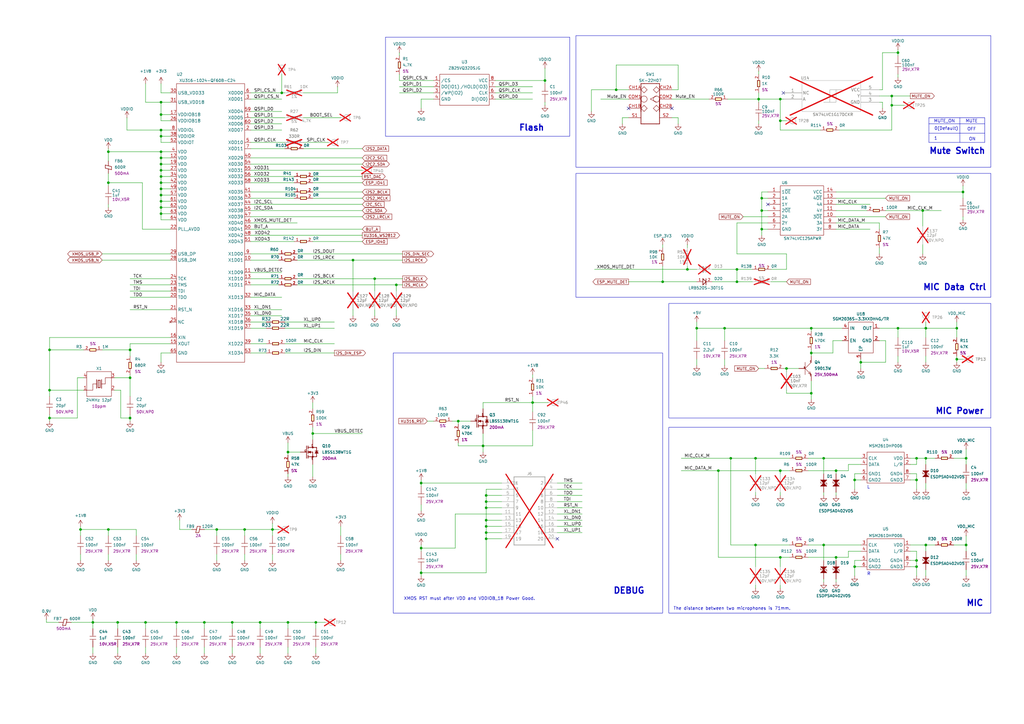
<source format=kicad_sch>
(kicad_sch (version 20250114) (generator "eeschema") (generator_version "9.0")
  (paper "A3")
  (title_block (comment 1 "Licensed under CERN-OHL-P v2"))
  (rectangle (start 236.22 14.605) (end 406.4 68.58))
  (rectangle (start 274.32 175.26) (end 406.4 251.46))
  (rectangle (start 158.115 15.24) (end 233.68 55.88))
  (rectangle (start 236.22 71.12) (end 406.4 121.92))
  (rectangle (start 274.32 124.46) (end 406.4 171.45))
  (rectangle (start 161.29 144.78) (end 271.78 251.46))
  (text "MUTE_ON" (at 387.35 49.784 0) (effects (font (size 1.27 1.27))))
  (text "The distance between two microphones is 71mm." (at 300.228 249.682 0) (effects (font (size 1.27 1.27))))
  (text "DEBUG" (at 251.46 243.84 0) (effects (font (size 2.5 2.5) (thickness 0.5) (bold yes)) (justify left bottom)))
  (text "R" (at 355.6 236.22 0) (effects (font (size 1.27 1.27)) (justify left bottom)))
  (text "Flash" (at 212.725 53.975 0) (effects (font (size 2.5 2.5) (bold yes)) (justify left bottom)))
  (text "Mute Switch" (at 381 63.5 0) (effects (font (size 2.5 2.5) (bold yes)) (justify left bottom)))
  (text "MIC Data Ctrl" (at 378.46 119.38 0) (effects (font (size 2.5 2.5) (bold yes)) (justify left bottom)))
  (text "OFF" (at 398.526 53.086 0) (effects (font (size 1.27 1.27))))
  (text "1" (at 383.794 56.896 0) (effects (font (size 1.27 1.27))))
  (text "MIC" (at 396.24 248.92 0) (effects (font (size 2.5 2.5) (bold yes)) (justify left bottom)))
  (text "L" (at 355.6 200.66 0) (effects (font (size 1.27 1.27)) (justify left bottom)))
  (text "MUTE" (at 398.526 49.784 0) (effects (font (size 1.27 1.27))))
  (text "XMOS RST must after VDD and VDDIOB_18 Power Good." (at 192.532 245.618 0) (effects (font (size 1.27 1.27))))
  (text "ON" (at 398.78 57.15 0) (effects (font (size 1.27 1.27))))
  (text "0(Default)" (at 388.112 52.832 0) (effects (font (size 1.27 1.27))))
  (text "MIC Power" (at 383.54 170.18 0) (effects (font (size 2.5 2.5) (bold yes)) (justify left bottom)))
  (junction (at 129.54 255.27))
  (junction (at 66.04 72.39))
  (junction (at 66.04 46.99))
  (junction (at 66.04 55.88))
  (junction (at 88.9 217.17))
  (junction (at 53.34 171.45))
  (junction (at 309.88 187.96))
  (junction (at 302.26 110.49))
  (junction (at 44.45 74.93))
  (junction (at 375.92 187.96))
  (junction (at 223.52 33.02))
  (junction (at 66.04 69.85))
  (junction (at 312.42 81.28))
  (junction (at 198.12 182.88))
  (junction (at 368.3 21.59))
  (junction (at 44.45 62.23))
  (junction (at 187.96 172.72))
  (junction (at 365.76 43.18))
  (junction (at 153.67 114.3))
  (junction (at 95.25 255.27))
  (junction (at 118.11 185.42))
  (junction (at 396.24 187.96))
  (junction (at 332.74 134.62))
  (junction (at 299.72 187.96))
  (junction (at 337.82 187.96))
  (junction (at 309.88 223.52))
  (junction (at 38.1 255.27))
  (junction (at 297.18 134.62))
  (junction (at 66.04 85.09))
  (junction (at 20.32 143.51))
  (junction (at 320.04 228.6))
  (junction (at 66.04 41.91))
  (junction (at 172.72 224.79))
  (junction (at 365.76 39.37))
  (junction (at 392.43 134.62))
  (junction (at 342.9 193.04))
  (junction (at 332.74 161.29))
  (junction (at 72.39 255.27))
  (junction (at 33.02 217.17))
  (junction (at 396.24 223.52))
  (junction (at 118.11 255.27))
  (junction (at 271.78 115.57))
  (junction (at 281.94 110.49))
  (junction (at 302.26 115.57))
  (junction (at 312.42 86.36))
  (junction (at 20.32 160.02))
  (junction (at 375.92 196.85))
  (junction (at 252.73 36.83))
  (junction (at 53.34 143.51))
  (junction (at 100.33 217.17))
  (junction (at 66.04 77.47))
  (junction (at 312.42 93.98))
  (junction (at 199.39 203.2))
  (junction (at 375.92 232.41))
  (junction (at 66.04 80.01))
  (junction (at 392.43 147.32))
  (junction (at 294.64 193.04))
  (junction (at 20.32 171.45))
  (junction (at 66.04 74.93))
  (junction (at 379.73 223.52))
  (junction (at 322.58 151.13))
  (junction (at 337.82 223.52))
  (junction (at 66.04 64.77))
  (junction (at 66.04 82.55))
  (junction (at 379.73 134.62))
  (junction (at 199.39 208.28))
  (junction (at 199.39 205.74))
  (junction (at 332.74 144.78))
  (junction (at 53.34 154.94))
  (junction (at 144.78 106.68))
  (junction (at 48.26 255.27))
  (junction (at 311.15 40.64))
  (junction (at 342.9 228.6))
  (junction (at 106.68 255.27))
  (junction (at 285.75 134.62))
  (junction (at 199.39 220.98))
  (junction (at 378.46 86.36))
  (junction (at 375.92 229.87))
  (junction (at 128.27 177.8))
  (junction (at 66.04 67.31))
  (junction (at 172.72 234.95))
  (junction (at 353.06 148.59))
  (junction (at 199.39 213.36))
  (junction (at 218.44 165.1))
  (junction (at 368.3 134.62))
  (junction (at 83.82 255.27))
  (junction (at 320.04 193.04))
  (junction (at 199.39 215.9))
  (junction (at 379.73 187.96))
  (junction (at 172.72 198.12))
  (junction (at 44.45 217.17))
  (junction (at 350.52 232.41))
  (junction (at 320.04 40.64))
  (junction (at 66.04 62.23))
  (junction (at 320.04 49.53))
  (junction (at 115.57 38.1))
  (junction (at 199.39 218.44))
  (junction (at 59.69 255.27))
  (junction (at 66.04 53.34))
  (junction (at 162.56 116.84))
  (junction (at 394.97 78.74))
  (junction (at 66.04 87.63))
  (junction (at 350.52 196.85))
  (junction (at 111.76 217.17))
  (no_connect (at 275.59 44.45))
  (no_connect (at 257.81 44.45))
  (no_connect (at 314.96 83.82))
  (no_connect (at 228.6 220.98))
  (no_connect (at 321.31 38.1))
  (wire (pts (xy 311.15 49.53) (xy 311.15 50.8)))
  (wire (pts (xy 66.04 64.77) (xy 69.85 64.77)))
  (wire (pts (xy 223.52 33.02) (xy 223.52 34.29)))
  (wire (pts (xy 20.32 143.51) (xy 20.32 160.02)))
  (wire (pts (xy 373.38 194.31) (xy 375.92 194.31)))
  (wire (pts (xy 53.34 171.45) (xy 53.34 172.72)))
  (wire (pts (xy 66.04 67.31) (xy 66.04 64.77)))
  (wire (pts (xy 52.07 48.26) (xy 52.07 53.34)))
  (wire (pts (xy 116.84 134.62) (xy 137.16 134.62)))
  (wire (pts (xy 187.96 181.61) (xy 187.96 182.88)))
  (wire (pts (xy 342.9 83.82) (xy 356.87 83.82)))
  (wire (pts (xy 139.7 215.9) (xy 139.7 219.71)))
  (wire (pts (xy 375.92 232.41) (xy 375.92 236.22)))
  (wire (pts (xy 246.38 40.64) (xy 257.81 40.64)))
  (wire (pts (xy 218.44 165.1) (xy 218.44 168.91)))
  (wire (pts (xy 198.12 182.88) (xy 218.44 182.88)))
  (wire (pts (xy 350.52 232.41) (xy 353.06 232.41)))
  (wire (pts (xy 278.13 26.67) (xy 252.73 26.67)))
  (wire (pts (xy 302.26 110.49) (xy 302.26 115.57)))
  (wire (pts (xy 322.58 151.13) (xy 322.58 152.4)))
  (wire (pts (xy 228.6 215.9) (xy 238.76 215.9)))
  (wire (pts (xy 392.43 147.32) (xy 394.97 147.32)))
  (wire (pts (xy 128.27 99.06) (xy 148.59 99.06)))
  (wire (pts (xy 378.46 86.36) (xy 386.08 86.36)))
  (wire (pts (xy 320.04 241.3) (xy 320.04 240.03)))
  (wire (pts (xy 187.96 182.88) (xy 198.12 182.88)))
  (wire (pts (xy 320.04 53.34) (xy 320.04 49.53)))
  (wire (pts (xy 44.45 71.12) (xy 44.45 74.93)))
  (wire (pts (xy 379.73 187.96) (xy 379.73 190.5)))
  (wire (pts (xy 46.99 154.94) (xy 53.34 154.94)))
  (wire (pts (xy 205.74 200.66) (xy 199.39 200.66)))
  (polyline (pts (xy 381 48.26) (xy 381 58.42)))
  (wire (pts (xy 342.9 237.49) (xy 342.9 238.76)))
  (wire (pts (xy 66.04 87.63) (xy 66.04 85.09)))
  (wire (pts (xy 365.76 39.37) (xy 373.38 39.37)))
  (wire (pts (xy 55.88 227.33) (xy 55.88 229.87)))
  (polyline (pts (xy 403.86 58.42) (xy 403.86 48.26)))
  (wire (pts (xy 396.24 233.68) (xy 396.24 236.22)))
  (wire (pts (xy 115.57 30.48) (xy 115.57 38.1)))
  (wire (pts (xy 312.42 81.28) (xy 312.42 86.36)))
  (wire (pts (xy 294.64 228.6) (xy 320.04 228.6)))
  (wire (pts (xy 102.87 106.68) (xy 114.3 106.68)))
  (wire (pts (xy 360.68 39.37) (xy 365.76 39.37)))
  (wire (pts (xy 102.87 121.92) (xy 115.57 121.92)))
  (wire (pts (xy 331.47 187.96) (xy 337.82 187.96)))
  (wire (pts (xy 304.8 88.9) (xy 314.96 88.9)))
  (wire (pts (xy 199.39 203.2) (xy 199.39 205.74)))
  (wire (pts (xy 312.42 86.36) (xy 312.42 93.98)))
  (wire (pts (xy 59.69 34.29) (xy 59.69 41.91)))
  (wire (pts (xy 118.11 255.27) (xy 118.11 257.81)))
  (wire (pts (xy 350.52 196.85) (xy 350.52 194.31)))
  (wire (pts (xy 128.27 78.74) (xy 148.59 78.74)))
  (wire (pts (xy 46.99 160.02) (xy 49.53 160.02)))
  (wire (pts (xy 106.68 255.27) (xy 106.68 257.81)))
  (wire (pts (xy 379.73 223.52) (xy 379.73 226.06)))
  (polyline (pts (xy 381 54.61) (xy 403.86 54.61)))
  (wire (pts (xy 361.95 21.59) (xy 361.95 36.83)))
  (wire (pts (xy 162.56 116.84) (xy 162.56 119.38)))
  (wire (pts (xy 199.39 213.36) (xy 199.39 215.9)))
  (wire (pts (xy 302.26 115.57) (xy 292.1 115.57)))
  (wire (pts (xy 186.69 224.79) (xy 186.69 210.82)))
  (wire (pts (xy 111.76 217.17) (xy 100.33 217.17)))
  (wire (pts (xy 53.34 114.3) (xy 69.85 114.3)))
  (wire (pts (xy 66.04 82.55) (xy 69.85 82.55)))
  (wire (pts (xy 66.04 46.99) (xy 69.85 46.99)))
  (wire (pts (xy 102.87 83.82) (xy 148.59 83.82)))
  (wire (pts (xy 128.27 177.8) (xy 148.59 177.8)))
  (wire (pts (xy 368.3 21.59) (xy 368.3 20.32)))
  (wire (pts (xy 322.58 160.02) (xy 322.58 161.29)))
  (wire (pts (xy 337.82 223.52) (xy 353.06 223.52)))
  (wire (pts (xy 342.9 201.93) (xy 342.9 203.2)))
  (wire (pts (xy 394.97 78.74) (xy 394.97 81.28)))
  (wire (pts (xy 128.27 190.5) (xy 128.27 195.58)))
  (wire (pts (xy 59.69 265.43) (xy 59.69 267.97)))
  (wire (pts (xy 203.2 40.64) (xy 218.44 40.64)))
  (wire (pts (xy 116.84 140.97) (xy 137.16 140.97)))
  (wire (pts (xy 344.17 53.34) (xy 365.76 53.34)))
  (wire (pts (xy 314.96 91.44) (xy 302.26 91.44)))
  (wire (pts (xy 144.78 106.68) (xy 144.78 119.38)))
  (wire (pts (xy 285.75 134.62) (xy 297.18 134.62)))
  (wire (pts (xy 350.52 196.85) (xy 353.06 196.85)))
  (wire (pts (xy 285.75 110.49) (xy 281.94 110.49)))
  (wire (pts (xy 66.04 64.77) (xy 66.04 62.23)))
  (wire (pts (xy 199.39 218.44) (xy 205.74 218.44)))
  (wire (pts (xy 58.42 93.98) (xy 58.42 74.93)))
  (wire (pts (xy 163.83 33.02) (xy 177.8 33.02)))
  (wire (pts (xy 373.38 223.52) (xy 379.73 223.52)))
  (wire (pts (xy 69.85 58.42) (xy 66.04 58.42)))
  (wire (pts (xy 19.05 255.27) (xy 24.13 255.27)))
  (wire (pts (xy 271.78 109.22) (xy 271.78 115.57)))
  (wire (pts (xy 299.72 187.96) (xy 309.88 187.96)))
  (wire (pts (xy 53.34 116.84) (xy 69.85 116.84)))
  (wire (pts (xy 205.74 198.12) (xy 172.72 198.12)))
  (wire (pts (xy 199.39 208.28) (xy 199.39 213.36)))
  (wire (pts (xy 44.45 62.23) (xy 44.45 60.96)))
  (wire (pts (xy 228.6 200.66) (xy 238.76 200.66)))
  (wire (pts (xy 320.04 40.64) (xy 321.31 40.64)))
  (wire (pts (xy 102.87 114.3) (xy 114.3 114.3)))
  (wire (pts (xy 66.04 77.47) (xy 69.85 77.47)))
  (wire (pts (xy 172.72 40.64) (xy 172.72 44.45)))
  (wire (pts (xy 199.39 220.98) (xy 205.74 220.98)))
  (wire (pts (xy 153.67 129.54) (xy 153.67 127)))
  (wire (pts (xy 172.72 224.79) (xy 172.72 226.06)))
  (wire (pts (xy 309.88 187.96) (xy 323.85 187.96)))
  (wire (pts (xy 88.9 227.33) (xy 88.9 229.87)))
  (wire (pts (xy 223.52 27.94) (xy 223.52 33.02)))
  (wire (pts (xy 311.15 151.13) (xy 313.69 151.13)))
  (wire (pts (xy 394.97 88.9) (xy 394.97 90.17)))
  (wire (pts (xy 66.04 77.47) (xy 66.04 80.01)))
  (wire (pts (xy 350.52 200.66) (xy 350.52 196.85)))
  (wire (pts (xy 118.11 181.61) (xy 118.11 185.42)))
  (wire (pts (xy 242.57 45.72) (xy 242.57 36.83)))
  (wire (pts (xy 199.39 200.66) (xy 199.39 203.2)))
  (wire (pts (xy 375.92 226.06) (xy 375.92 229.87)))
  (wire (pts (xy 218.44 165.1) (xy 198.12 165.1)))
  (wire (pts (xy 332.74 156.21) (xy 332.74 161.29)))
  (wire (pts (xy 342.9 228.6) (xy 347.98 228.6)))
  (wire (pts (xy 353.06 147.32) (xy 353.06 148.59)))
  (wire (pts (xy 66.04 69.85) (xy 69.85 69.85)))
  (wire (pts (xy 309.88 203.2) (xy 309.88 201.93)))
  (wire (pts (xy 342.9 193.04) (xy 347.98 193.04)))
  (wire (pts (xy 224.79 165.1) (xy 218.44 165.1)))
  (wire (pts (xy 309.88 187.96) (xy 309.88 194.31)))
  (wire (pts (xy 172.72 40.64) (xy 177.8 40.64)))
  (wire (pts (xy 392.43 134.62) (xy 379.73 134.62)))
  (wire (pts (xy 41.91 106.68) (xy 69.85 106.68)))
  (wire (pts (xy 116.84 132.08) (xy 137.16 132.08)))
  (wire (pts (xy 153.67 114.3) (xy 153.67 119.38)))
  (wire (pts (xy 278.13 36.83) (xy 278.13 26.67)))
  (wire (pts (xy 172.72 234.95) (xy 172.72 236.22)))
  (wire (pts (xy 66.04 82.55) (xy 66.04 85.09)))
  (wire (pts (xy 322.58 151.13) (xy 327.66 151.13)))
  (wire (pts (xy 128.27 165.1) (xy 128.27 167.64)))
  (wire (pts (xy 342.9 81.28) (xy 363.22 81.28)))
  (wire (pts (xy 370.84 43.18) (xy 365.76 43.18)))
  (wire (pts (xy 347.98 228.6) (xy 347.98 226.06)))
  (wire (pts (xy 281.94 110.49) (xy 243.84 110.49)))
  (wire (pts (xy 228.6 213.36) (xy 238.76 213.36)))
  (wire (pts (xy 279.4 187.96) (xy 299.72 187.96)))
  (wire (pts (xy 102.87 132.08) (xy 109.22 132.08)))
  (wire (pts (xy 337.82 187.96) (xy 337.82 194.31)))
  (wire (pts (xy 48.26 265.43) (xy 48.26 267.97)))
  (wire (pts (xy 31.75 154.94) (xy 31.75 171.45)))
  (wire (pts (xy 44.45 74.93) (xy 58.42 74.93)))
  (wire (pts (xy 337.82 201.93) (xy 337.82 203.2)))
  (wire (pts (xy 118.11 185.42) (xy 123.19 185.42)))
  (wire (pts (xy 53.34 127) (xy 69.85 127)))
  (wire (pts (xy 198.12 177.8) (xy 198.12 182.88)))
  (wire (pts (xy 49.53 160.02) (xy 49.53 171.45)))
  (wire (pts (xy 102.87 45.72) (xy 115.57 45.72)))
  (wire (pts (xy 175.26 172.72) (xy 177.8 172.72)))
  (wire (pts (xy 72.39 255.27) (xy 72.39 257.81)))
  (wire (pts (xy 392.43 138.43) (xy 392.43 134.62)))
  (wire (pts (xy 66.04 87.63) (xy 69.85 87.63)))
  (wire (pts (xy 331.47 223.52) (xy 337.82 223.52)))
  (wire (pts (xy 375.92 190.5) (xy 375.92 187.96)))
  (wire (pts (xy 66.04 80.01) (xy 66.04 82.55)))
  (wire (pts (xy 48.26 255.27) (xy 38.1 255.27)))
  (wire (pts (xy 66.04 144.78) (xy 66.04 148.59)))
  (wire (pts (xy 111.76 217.17) (xy 114.3 217.17)))
  (wire (pts (xy 311.15 40.64) (xy 320.04 40.64)))
  (wire (pts (xy 361.95 21.59) (xy 368.3 21.59)))
  (wire (pts (xy 44.45 227.33) (xy 44.45 229.87)))
  (wire (pts (xy 102.87 96.52) (xy 148.59 96.52)))
  (wire (pts (xy 363.22 86.36) (xy 378.46 86.36)))
  (wire (pts (xy 336.55 53.34) (xy 320.04 53.34)))
  (wire (pts (xy 144.78 106.68) (xy 165.1 106.68)))
  (wire (pts (xy 59.69 255.27) (xy 48.26 255.27)))
  (wire (pts (xy 361.95 44.45) (xy 361.95 41.91)))
  (wire (pts (xy 292.1 110.49) (xy 302.26 110.49)))
  (wire (pts (xy 83.82 265.43) (xy 83.82 267.97)))
  (wire (pts (xy 347.98 190.5) (xy 347.98 193.04)))
  (wire (pts (xy 172.72 223.52) (xy 172.72 224.79)))
  (wire (pts (xy 128.27 175.26) (xy 128.27 177.8)))
  (wire (pts (xy 102.87 74.93) (xy 120.65 74.93)))
  (wire (pts (xy 311.15 40.64) (xy 311.15 41.91)))
  (wire (pts (xy 34.29 154.94) (xy 31.75 154.94)))
  (wire (pts (xy 312.42 93.98) (xy 314.96 93.98)))
  (wire (pts (xy 331.47 228.6) (xy 342.9 228.6)))
  (polyline (pts (xy 393.7 48.26) (xy 393.7 58.42)))
  (wire (pts (xy 69.85 140.97) (xy 53.34 140.97)))
  (wire (pts (xy 320.04 49.53) (xy 320.04 40.64)))
  (wire (pts (xy 299.72 223.52) (xy 299.72 187.96)))
  (wire (pts (xy 102.87 99.06) (xy 120.65 99.06)))
  (wire (pts (xy 129.54 255.27) (xy 133.35 255.27)))
  (wire (pts (xy 392.43 146.05) (xy 392.43 147.32)))
  (wire (pts (xy 345.44 139.7) (xy 341.63 139.7)))
  (wire (pts (xy 199.39 215.9) (xy 199.39 218.44)))
  (wire (pts (xy 379.73 223.52) (xy 383.54 223.52)))
  (wire (pts (xy 281.94 109.22) (xy 281.94 110.49)))
  (wire (pts (xy 309.88 223.52) (xy 299.72 223.52)))
  (wire (pts (xy 199.39 213.36) (xy 205.74 213.36)))
  (wire (pts (xy 294.64 228.6) (xy 294.64 193.04)))
  (wire (pts (xy 20.32 143.51) (xy 34.29 143.51)))
  (wire (pts (xy 312.42 78.74) (xy 312.42 81.28)))
  (wire (pts (xy 314.96 78.74) (xy 312.42 78.74)))
  (wire (pts (xy 44.45 217.17) (xy 33.02 217.17)))
  (wire (pts (xy 58.42 93.98) (xy 69.85 93.98)))
  (wire (pts (xy 128.27 81.28) (xy 148.59 81.28)))
  (wire (pts (xy 360.68 93.98) (xy 360.68 91.44)))
  (wire (pts (xy 242.57 36.83) (xy 252.73 36.83)))
  (wire (pts (xy 320.04 193.04) (xy 320.04 194.31)))
  (wire (pts (xy 378.46 86.36) (xy 378.46 92.71)))
  (wire (pts (xy 271.78 100.33) (xy 271.78 101.6)))
  (wire (pts (xy 228.6 205.74) (xy 238.76 205.74)))
  (wire (pts (xy 331.47 193.04) (xy 342.9 193.04)))
  (wire (pts (xy 83.82 255.27) (xy 72.39 255.27)))
  (wire (pts (xy 332.74 134.62) (xy 345.44 134.62)))
  (wire (pts (xy 144.78 129.54) (xy 144.78 127)))
  (wire (pts (xy 66.04 80.01) (xy 69.85 80.01)))
  (wire (pts (xy 396.24 223.52) (xy 396.24 226.06)))
  (wire (pts (xy 203.2 38.1) (xy 218.44 38.1)))
  (wire (pts (xy 102.87 50.8) (xy 115.57 50.8)))
  (wire (pts (xy 88.9 217.17) (xy 100.33 217.17)))
  (wire (pts (xy 363.22 148.59) (xy 353.06 148.59)))
  (wire (pts (xy 347.98 226.06) (xy 353.06 226.06)))
  (wire (pts (xy 302.26 91.44) (xy 302.26 104.14)))
  (wire (pts (xy 20.32 170.18) (xy 20.32 171.45)))
  (wire (pts (xy 228.6 198.12) (xy 238.76 198.12)))
  (wire (pts (xy 396.24 219.71) (xy 396.24 223.52)))
  (wire (pts (xy 162.56 116.84) (xy 165.1 116.84)))
  (wire (pts (xy 320.04 193.04) (xy 323.85 193.04)))
  (wire (pts (xy 102.87 48.26) (xy 116.84 48.26)))
  (wire (pts (xy 365.76 43.18) (xy 365.76 39.37)))
  (wire (pts (xy 392.43 147.32) (xy 392.43 148.59)))
  (wire (pts (xy 20.32 160.02) (xy 20.32 162.56)))
  (wire (pts (xy 368.3 146.05) (xy 368.3 148.59)))
  (wire (pts (xy 66.04 85.09) (xy 69.85 85.09)))
  (wire (pts (xy 285.75 132.08) (xy 285.75 134.62)))
  (wire (pts (xy 66.04 90.17) (xy 66.04 87.63)))
  (wire (pts (xy 69.85 90.17) (xy 66.04 90.17)))
  (wire (pts (xy 379.73 187.96) (xy 383.54 187.96)))
  (wire (pts (xy 163.83 35.56) (xy 177.8 35.56)))
  (wire (pts (xy 88.9 219.71) (xy 88.9 217.17)))
  (wire (pts (xy 365.76 53.34) (xy 365.76 43.18)))
  (wire (pts (xy 218.44 153.67) (xy 218.44 154.94)))
  (wire (pts (xy 379.73 198.12) (xy 379.73 200.66)))
  (wire (pts (xy 309.88 241.3) (xy 309.88 240.03)))
  (wire (pts (xy 297.18 147.32) (xy 297.18 149.86)))
  (wire (pts (xy 124.46 60.96) (xy 148.59 60.96)))
  (wire (pts (xy 129.54 265.43) (xy 129.54 267.97)))
  (wire (pts (xy 66.04 77.47) (xy 66.04 74.93)))
  (wire (pts (xy 66.04 46.99) (xy 66.04 41.91)))
  (wire (pts (xy 373.38 190.5) (xy 375.92 190.5)))
  (wire (pts (xy 116.84 144.78) (xy 137.16 144.78)))
  (wire (pts (xy 297.18 134.62) (xy 332.74 134.62)))
  (wire (pts (xy 38.1 265.43) (xy 38.1 267.97)))
  (wire (pts (xy 172.72 207.01) (xy 172.72 209.55)))
  (wire (pts (xy 298.45 40.64) (xy 311.15 40.64)))
  (wire (pts (xy 72.39 265.43) (xy 72.39 267.97)))
  (wire (pts (xy 342.9 93.98) (xy 356.87 93.98)))
  (wire (pts (xy 102.87 38.1) (xy 115.57 38.1)))
  (wire (pts (xy 66.04 53.34) (xy 69.85 53.34)))
  (wire (pts (xy 373.38 196.85) (xy 375.92 196.85)))
  (wire (pts (xy 66.04 74.93) (xy 66.04 72.39)))
  (wire (pts (xy 121.92 104.14) (xy 165.1 104.14)))
  (polyline (pts (xy 381 58.42) (xy 403.86 58.42)))
  (wire (pts (xy 186.69 210.82) (xy 205.74 210.82)))
  (wire (pts (xy 322.58 104.14) (xy 322.58 110.49)))
  (wire (pts (xy 73.66 217.17) (xy 78.74 217.17)))
  (wire (pts (xy 44.45 217.17) (xy 44.45 219.71)))
  (wire (pts (xy 172.72 196.85) (xy 172.72 198.12)))
  (wire (pts (xy 138.43 35.56) (xy 138.43 38.1)))
  (wire (pts (xy 55.88 217.17) (xy 44.45 217.17)))
  (wire (pts (xy 228.6 208.28) (xy 238.76 208.28)))
  (wire (pts (xy 20.32 160.02) (xy 34.29 160.02)))
  (wire (pts (xy 102.87 129.54) (xy 115.57 129.54)))
  (wire (pts (xy 302.26 110.49) (xy 308.61 110.49)))
  (wire (pts (xy 44.45 62.23) (xy 44.45 66.04)))
  (wire (pts (xy 102.87 78.74) (xy 120.65 78.74)))
  (wire (pts (xy 378.46 104.14) (xy 378.46 100.33)))
  (wire (pts (xy 102.87 60.96) (xy 116.84 60.96)))
  (wire (pts (xy 275.59 36.83) (xy 278.13 36.83)))
  (wire (pts (xy 199.39 203.2) (xy 205.74 203.2)))
  (wire (pts (xy 199.39 205.74) (xy 199.39 208.28)))
  (wire (pts (xy 379.73 146.05) (xy 379.73 148.59)))
  (wire (pts (xy 69.85 62.23) (xy 66.04 62.23)))
  (wire (pts (xy 311.15 38.1) (xy 311.15 40.64)))
  (wire (pts (xy 44.45 62.23) (xy 66.04 62.23)))
  (wire (pts (xy 95.25 255.27) (xy 83.82 255.27)))
  (wire (pts (xy 199.39 220.98) (xy 199.39 234.95)))
  (wire (pts (xy 102.87 53.34) (xy 115.57 53.34)))
  (wire (pts (xy 285.75 147.32) (xy 285.75 149.86)))
  (wire (pts (xy 394.97 76.2) (xy 394.97 78.74)))
  (wire (pts (xy 342.9 193.04) (xy 342.9 194.31)))
  (wire (pts (xy 59.69 255.27) (xy 59.69 257.81)))
  (wire (pts (xy 361.95 41.91) (xy 360.68 41.91)))
  (wire (pts (xy 172.72 198.12) (xy 172.72 199.39)))
  (wire (pts (xy 312.42 96.52) (xy 312.42 93.98)))
  (wire (pts (xy 102.87 67.31) (xy 148.59 67.31)))
  (wire (pts (xy 44.45 83.82) (xy 44.45 85.09)))
  (wire (pts (xy 396.24 198.12) (xy 396.24 200.66)))
  (wire (pts (xy 391.16 223.52) (xy 396.24 223.52)))
  (wire (pts (xy 66.04 74.93) (xy 69.85 74.93)))
  (wire (pts (xy 102.87 69.85) (xy 148.59 69.85)))
  (wire (pts (xy 228.6 203.2) (xy 238.76 203.2)))
  (wire (pts (xy 83.82 255.27) (xy 83.82 257.81)))
  (wire (pts (xy 375.92 196.85) (xy 375.92 200.66)))
  (wire (pts (xy 350.52 236.22) (xy 350.52 232.41)))
  (wire (pts (xy 66.04 41.91) (xy 69.85 41.91)))
  (wire (pts (xy 55.88 219.71) (xy 55.88 217.17)))
  (wire (pts (xy 342.9 78.74) (xy 394.97 78.74)))
  (wire (pts (xy 100.33 217.17) (xy 100.33 219.71)))
  (wire (pts (xy 66.04 58.42) (xy 66.04 55.88)))
  (wire (pts (xy 29.21 255.27) (xy 38.1 255.27)))
  (wire (pts (xy 199.39 234.95) (xy 172.72 234.95)))
  (wire (pts (xy 342.9 91.44) (xy 360.68 91.44)))
  (wire (pts (xy 66.04 55.88) (xy 69.85 55.88)))
  (wire (pts (xy 353.06 190.5) (xy 347.98 190.5)))
  (wire (pts (xy 118.11 194.31) (xy 118.11 195.58)))
  (wire (pts (xy 124.46 48.26) (xy 139.7 48.26)))
  (wire (pts (xy 33.02 217.17) (xy 33.02 219.71)))
  (wire (pts (xy 353.06 148.59) (xy 353.06 151.13)))
  (wire (pts (xy 322.58 110.49) (xy 316.23 110.49)))
  (wire (pts (xy 368.3 30.48) (xy 368.3 31.75)))
  (wire (pts (xy 297.18 139.7) (xy 297.18 134.62)))
  (wire (pts (xy 139.7 227.33) (xy 139.7 229.87)))
  (wire (pts (xy 368.3 134.62) (xy 379.73 134.62)))
  (wire (pts (xy 320.04 203.2) (xy 320.04 201.93)))
  (wire (pts (xy 373.38 226.06) (xy 375.92 226.06)))
  (wire (pts (xy 341.63 144.78) (xy 332.74 144.78)))
  (wire (pts (xy 129.54 255.27) (xy 118.11 255.27)))
  (wire (pts (xy 309.88 223.52) (xy 309.88 232.41)))
  (wire (pts (xy 106.68 255.27) (xy 118.11 255.27)))
  (wire (pts (xy 73.66 213.36) (xy 73.66 217.17)))
  (wire (pts (xy 66.04 49.53) (xy 66.04 46.99)))
  (wire (pts (xy 102.87 104.14) (xy 114.3 104.14)))
  (polyline (pts (xy 381 50.8) (xy 403.86 50.8)))
  (wire (pts (xy 203.2 35.56) (xy 218.44 35.56)))
  (wire (pts (xy 294.64 193.04) (xy 320.04 193.04)))
  (wire (pts (xy 111.76 227.33) (xy 111.76 229.87)))
  (wire (pts (xy 102.87 134.62) (xy 109.22 134.62)))
  (wire (pts (xy 278.13 48.26) (xy 275.59 48.26)))
  (wire (pts (xy 95.25 265.43) (xy 95.25 267.97)))
  (wire (pts (xy 53.34 140.97) (xy 53.34 143.51)))
  (wire (pts (xy 95.25 255.27) (xy 95.25 257.81)))
  (wire (pts (xy 53.34 143.51) (xy 53.34 146.05)))
  (wire (pts (xy 162.56 129.54) (xy 162.56 127)))
  (wire (pts (xy 199.39 208.28) (xy 205.74 208.28)))
  (wire (pts (xy 102.87 72.39) (xy 120.65 72.39)))
  (wire (pts (xy 111.76 217.17) (xy 111.76 219.71)))
  (wire (pts (xy 172.72 233.68) (xy 172.72 234.95)))
  (wire (pts (xy 19.05 254) (xy 19.05 255.27)))
  (wire (pts (xy 121.92 106.68) (xy 144.78 106.68)))
  (wire (pts (xy 128.27 177.8) (xy 128.27 180.34)))
  (wire (pts (xy 102.87 86.36) (xy 148.59 86.36)))
  (wire (pts (xy 361.95 36.83) (xy 360.68 36.83)))
  (wire (pts (xy 102.87 91.44) (xy 121.92 91.44)))
  (wire (pts (xy 20.32 171.45) (xy 20.32 172.72)))
  (wire (pts (xy 337.82 187.96) (xy 353.06 187.96)))
  (wire (pts (xy 118.11 265.43) (xy 118.11 267.97)))
  (wire (pts (xy 322.58 49.53) (xy 320.04 49.53)))
  (wire (pts (xy 199.39 218.44) (xy 199.39 220.98)))
  (wire (pts (xy 396.24 184.15) (xy 396.24 187.96)))
  (wire (pts (xy 53.34 154.94) (xy 53.34 162.56)))
  (wire (pts (xy 320.04 228.6) (xy 323.85 228.6)))
  (wire (pts (xy 391.16 187.96) (xy 396.24 187.96)))
  (polyline (pts (xy 381 48.26) (xy 403.86 48.26)))
  (wire (pts (xy 53.34 170.18) (xy 53.34 171.45)))
  (wire (pts (xy 271.78 115.57) (xy 257.81 115.57)))
  (wire (pts (xy 187.96 172.72) (xy 187.96 173.99)))
  (wire (pts (xy 102.87 58.42) (xy 116.84 58.42)))
  (wire (pts (xy 255.27 50.8) (xy 255.27 48.26)))
  (wire (pts (xy 66.04 72.39) (xy 66.04 69.85)))
  (wire (pts (xy 66.04 67.31) (xy 69.85 67.31)))
  (wire (pts (xy 337.82 223.52) (xy 337.82 229.87)))
  (wire (pts (xy 275.59 40.64) (xy 290.83 40.64)))
  (wire (pts (xy 223.52 41.91) (xy 223.52 43.18)))
  (wire (pts (xy 102.87 81.28) (xy 120.65 81.28)))
  (wire (pts (xy 102.87 111.76) (xy 115.57 111.76)))
  (wire (pts (xy 379.73 132.08) (xy 379.73 134.62)))
  (wire (pts (xy 302.26 115.57) (xy 308.61 115.57)))
  (wire (pts (xy 106.68 255.27) (xy 95.25 255.27)))
  (wire (pts (xy 33.02 215.9) (xy 33.02 217.17)))
  (wire (pts (xy 48.26 255.27) (xy 48.26 257.81)))
  (wire (pts (xy 153.67 114.3) (xy 165.1 114.3)))
  (wire (pts (xy 350.52 232.41) (xy 350.52 229.87)))
  (wire (pts (xy 373.38 187.96) (xy 375.92 187.96)))
  (wire (pts (xy 309.88 223.52) (xy 323.85 223.52)))
  (wire (pts (xy 53.34 121.92) (xy 69.85 121.92)))
  (wire (pts (xy 38.1 254) (xy 38.1 255.27)))
  (wire (pts (xy 373.38 229.87) (xy 375.92 229.87)))
  (wire (pts (xy 252.73 36.83) (xy 257.81 36.83)))
  (wire (pts (xy 350.52 194.31) (xy 353.06 194.31)))
  (wire (pts (xy 66.04 69.85) (xy 66.04 67.31)))
  (wire (pts (xy 199.39 215.9) (xy 205.74 215.9)))
  (wire (pts (xy 360.68 139.7) (xy 363.22 139.7)))
  (wire (pts (xy 53.34 119.38) (xy 69.85 119.38)))
  (wire (pts (xy 218.44 176.53) (xy 218.44 182.88)))
  (wire (pts (xy 111.76 214.63) (xy 111.76 217.17)))
  (wire (pts (xy 172.72 224.79) (xy 186.69 224.79)))
  (wire (pts (xy 368.3 134.62) (xy 368.3 138.43)))
  (wire (pts (xy 83.82 217.17) (xy 88.9 217.17)))
  (wire (pts (xy 102.87 40.64) (xy 115.57 40.64)))
  (wire (pts (xy 102.87 140.97) (xy 109.22 140.97)))
  (wire (pts (xy 163.83 38.1) (xy 177.8 38.1)))
  (wire (pts (xy 252.73 26.67) (xy 252.73 36.83)))
  (wire (pts (xy 342.9 228.6) (xy 342.9 229.87)))
  (wire (pts (xy 279.4 193.04) (xy 294.64 193.04)))
  (wire (pts (xy 332.74 143.51) (xy 332.74 144.78)))
  (wire (pts (xy 121.92 114.3) (xy 153.67 114.3)))
  (wire (pts (xy 228.6 218.44) (xy 238.76 218.44)))
  (wire (pts (xy 320.04 228.6) (xy 320.04 232.41)))
  (wire (pts (xy 316.23 115.57) (xy 322.58 115.57)))
  (wire (pts (xy 332.74 134.62) (xy 332.74 135.89)))
  (wire (pts (xy 102.87 127) (xy 115.57 127)))
  (wire (pts (xy 20.32 138.43) (xy 20.32 143.51)))
  (wire (pts (xy 375.92 194.31) (xy 375.92 196.85)))
  (wire (pts (xy 255.27 48.26) (xy 257.81 48.26)))
  (wire (pts (xy 102.87 88.9) (xy 148.59 88.9)))
  (wire (pts (xy 33.02 227.33) (xy 33.02 229.87)))
  (wire (pts (xy 69.85 49.53) (xy 66.04 49.53)))
  (wire (pts (xy 129.54 257.81) (xy 129.54 255.27)))
  (wire (pts (xy 396.24 187.96) (xy 396.24 190.5)))
  (wire (pts (xy 278.13 50.8) (xy 278.13 48.26)))
  (wire (pts (xy 66.04 34.29) (xy 66.04 38.1)))
  (wire (pts (xy 49.53 171.45) (xy 53.34 171.45)))
  (wire (pts (xy 342.9 88.9) (xy 363.22 88.9)))
  (wire (pts (xy 59.69 41.91) (xy 66.04 41.91)))
  (wire (pts (xy 341.63 139.7) (xy 341.63 144.78)))
  (wire (pts (xy 281.94 100.33) (xy 281.94 101.6)))
  (wire (pts (xy 38.1 255.27) (xy 38.1 257.81)))
  (wire (pts (xy 102.87 144.78) (xy 109.22 144.78)))
  (wire (pts (xy 124.46 58.42) (xy 134.62 58.42)))
  (wire (pts (xy 41.91 104.14) (xy 69.85 104.14)))
  (wire (pts (xy 285.75 134.62) (xy 285.75 139.7)))
  (wire (pts (xy 69.85 144.78) (xy 66.04 144.78)))
  (wire (pts (xy 102.87 93.98) (xy 148.59 93.98)))
  (wire (pts (xy 121.92 116.84) (xy 162.56 116.84)))
  (wire (pts (xy 379.73 233.68) (xy 379.73 236.22)))
  (wire (pts (xy 115.57 38.1) (xy 116.84 38.1)))
  (wire (pts (xy 124.46 38.1) (xy 138.43 38.1)))
  (wire (pts (xy 218.44 162.56) (xy 218.44 165.1)))
  (wire (pts (xy 350.52 229.87) (xy 353.06 229.87)))
  (wire (pts (xy 198.12 165.1) (xy 198.12 167.64)))
  (wire (pts (xy 53.34 153.67) (xy 53.34 154.94)))
  (wire (pts (xy 312.42 81.28) (xy 314.96 81.28)))
  (wire (pts (xy 337.82 237.49) (xy 337.82 238.76)))
  (wire (pts (xy 311.15 29.21) (xy 311.15 30.48)))
  (wire (pts (xy 368.3 21.59) (xy 368.3 22.86)))
  (wire (pts (xy 163.83 21.59) (xy 163.83 22.86)))
  (wire (pts (xy 360.68 134.62) (xy 368.3 134.62)))
  (wire (pts (xy 118.11 185.42) (xy 118.11 186.69)))
  (wire (pts (xy 360.68 101.6) (xy 360.68 104.14)))
  (wire (pts (xy 342.9 86.36) (xy 355.6 86.36)))
  (wire (pts (xy 373.38 232.41) (xy 375.92 232.41)))
  (wire (pts (xy 379.73 134.62) (xy 379.73 138.43)))
  (wire (pts (xy 185.42 172.72) (xy 187.96 172.72)))
  (wire (pts (xy 100.33 227.33) (xy 100.33 229.87)))
  (wire (pts (xy 199.39 205.74) (xy 205.74 205.74)))
  (wire (pts (xy 363.22 139.7) (xy 363.22 148.59)))
  (wire (pts (xy 106.68 265.43) (xy 106.68 267.97)))
  (wire (pts (xy 128.27 72.39) (xy 148.59 72.39)))
  (wire (pts (xy 332.74 144.78) (xy 332.74 146.05)))
  (wire (pts (xy 203.2 33.02) (xy 223.52 33.02)))
  (wire (pts (xy 69.85 138.43) (xy 20.32 138.43)))
  (wire (pts (xy 302.26 104.14) (xy 322.58 104.14)))
  (wire (pts (xy 322.58 161.29) (xy 332.74 161.29)))
  (wire (pts (xy 52.07 53.34) (xy 66.04 53.34)))
  (wire (pts (xy 102.87 116.84) (xy 114.3 116.84)))
  (wire (pts (xy 66.04 72.39) (xy 69.85 72.39)))
  (wire (pts (xy 375.92 187.96) (xy 379.73 187.96)))
  (wire (pts (xy 198.12 182.88) (xy 198.12 185.42)))
  (wire (pts (xy 312.42 86.36) (xy 314.96 86.36)))
  (wire (pts (xy 375.92 229.87) (xy 375.92 232.41)))
  (wire (pts (xy 41.91 143.51) (xy 53.34 143.51)))
  (wire (pts (xy 392.43 132.08) (xy 392.43 134.62)))
  (wire (pts (xy 321.31 151.13) (xy 322.58 151.13)))
  (wire (pts (xy 66.04 55.88) (xy 66.04 53.34)))
  (wire (pts (xy 44.45 74.93) (xy 44.45 76.2)))
  (wire (pts (xy 102.87 64.77) (xy 148.59 64.77)))
  (wire (pts (xy 228.6 210.82) (xy 238.76 210.82)))
  (wire (pts (xy 187.96 172.72) (xy 193.04 172.72)))
  (wire (pts (xy 163.83 30.48) (xy 163.83 33.02)))
  (wire (pts (xy 128.27 74.93) (xy 148.59 74.93)))
  (wire (pts (xy 72.39 255.27) (xy 59.69 255.27)))
  (wire (pts (xy 285.75 115.57) (xy 271.78 115.57)))
  (wire (pts (xy 20.32 171.45) (xy 31.75 171.45)))
  (wire (pts (xy 332.74 161.29) (xy 332.74 163.83)))
  (wire (pts (xy 66.04 38.1) (xy 69.85 38.1)))
  (label "XOD43" (at 104.394 99.06 0))
  (label "VBUS_DETEC" (at 104.14 111.76 0))
  (label "TDO" (at 231.14 203.2 0))
  (label "I2S_MCLK" (at 128.27 116.84 0))
  (label "XOD32" (at 104.14 72.39 0))
  (label "QSPI_D3" (at 204.47 35.56 0))
  (label "QSPI_D2" (at 165.1 38.1 0))
  (label "TMS" (at 54.61 116.84 0))
  (label "XOD33" (at 104.14 74.93 0))
  (label "I2S_DOUT" (at 128.27 104.14 0))
  (label "I2C_SCL" (at 104.14 83.82 0))
  (label "QSPI_CLK" (at 204.47 38.1 0))
  (label "SPI_CLK" (at 125.73 58.42 0))
  (label "MIC_CLK" (at 343.535 83.82 0))
  (label "TDO" (at 54.61 121.92 0))
  (label "TDI" (at 231.14 205.74 0))
  (label "QSPI_D1" (at 104.14 48.26 0))
  (label "MIC_DATA_M" (at 343.535 91.44 0))
  (label "MIC_CLK_M" (at 372.11 86.36 0))
  (label "XMOS_MUTE_DET" (at 260.35 110.49 180))
  (label "XL_UP0" (at 231.14 215.9 0))
  (label "QSPI_D0" (at 104.14 45.72 0))
  (label "TCK" (at 54.61 114.3 0))
  (label "XL_DN0" (at 231.14 213.36 0))
  (label "MIC_CLK" (at 124.46 140.97 0))
  (label "XL_UP1" (at 124.46 134.62 0))
  (label "TMS" (at 231.14 198.12 0))
  (label "BUT_A" (at 104.14 93.98 0))
  (label "TDI" (at 54.61 119.38 0))
  (label "RST_N" (at 231.14 208.28 0))
  (label "XOD42" (at 104.394 96.52 0))
  (label "XL_UP1" (at 231.14 218.44 0))
  (label "RST_N" (at 207.01 165.1 0))
  (label "BOOT_SEL" (at 127 48.26 0))
  (label "I2S_DIN" (at 124.46 144.78 0))
  (label "QSPI_CLK" (at 104.14 58.42 0))
  (label "XL_UP0" (at 124.46 132.08 0))
  (label "VBUS_DETEC" (at 137.16 177.8 0))
  (label "I2S_LRCK" (at 128.27 106.68 0))
  (label "I2S_BCLK" (at 128.27 114.3 0))
  (label "I2C_SDA" (at 104.14 86.36 0))
  (label "QSPI_CS_N" (at 165.1 33.02 0))
  (label "XL_DN1" (at 231.14 210.82 0))
  (label "TCK" (at 231.14 200.66 0))
  (label "XOD31" (at 104.14 69.85 0))
  (label "QSPI_D3" (at 104.14 53.34 0))
  (label "RST_N" (at 54.61 127 0))
  (label "MIC_DATA_M" (at 280.67 193.04 0))
  (label "QSPI_D1" (at 165.1 35.56 0))
  (label "XMOS_MUTE_DET" (at 104.14 91.44 0))
  (label "Mute_EN" (at 276.987 40.64 0))
  (label "QSPI_CS_N" (at 104.14 40.64 0))
  (label "MIC_CLK_M" (at 280.67 187.96 0))
  (label "XL_DN1" (at 104.14 127 0))
  (label "Mute_EN" (at 248.92 40.64 0))
  (label "QSPI_D0" (at 204.47 40.64 0))
  (label "SPI_CS_N" (at 104.14 38.1 0))
  (label "QSPI_D2" (at 104.14 50.8 0))
  (label "XL_DN0" (at 104.14 129.54 0))
  (label "MIC_DATA" (at 343.535 93.98 0))
  (label "MIC_DATA" (at 104.14 121.92 0))
  (global_label "RST_DAC" (shape output) (at 148.59 72.39 0) (effects (font (size 1.143 1.143))) (property "Intersheetrefs" "${INTERSHEET_REFS}" (effects (hide yes))))
  (global_label "I2C_SDA" (shape bidirectional) (at 148.59 86.36 0) (effects (font (size 1.143 1.143))) (property "Intersheetrefs" "${INTERSHEET_REFS}" (effects (hide yes))))
  (global_label "I2S_LRCK" (shape output) (at 165.1 106.68 0) (effects (font (size 1.143 1.143))) (property "Intersheetrefs" "${INTERSHEET_REFS}" (effects (hide yes))))
  (global_label "I2C2_SDA" (shape bidirectional) (at 148.59 67.31 0) (effects (font (size 1.143 1.143))) (property "Intersheetrefs" "${INTERSHEET_REFS}" (effects (hide yes))))
  (global_label "XMOS_USB_N" (shape bidirectional) (at 41.91 106.68 180) (effects (font (size 1.143 1.143))) (property "Intersheetrefs" "${INTERSHEET_REFS}" (effects (hide yes))))
  (global_label "I2S_MCLK" (shape output) (at 165.1 116.84 0) (effects (font (size 1.143 1.143))) (property "Intersheetrefs" "${INTERSHEET_REFS}" (effects (hide yes))))
  (global_label "XU316_RST" (shape input) (at 175.26 172.72 180) (effects (font (size 1.143 1.143))) (property "Intersheetrefs" "${INTERSHEET_REFS}" (effects (hide yes))))
  (global_label "I2S2_LRCLK" (shape input) (at 148.59 88.9 0) (effects (font (size 1.143 1.143))) (property "Intersheetrefs" "${INTERSHEET_REFS}" (effects (hide yes))))
  (global_label "I2S2_MCLK" (shape input) (at 148.59 81.28 0) (effects (font (size 1.143 1.143))) (property "Intersheetrefs" "${INTERSHEET_REFS}" (effects (hide yes))))
  (global_label "XMOS_USB_P" (shape bidirectional) (at 41.91 104.14 180) (effects (font (size 1.143 1.143))) (property "Intersheetrefs" "${INTERSHEET_REFS}" (effects (hide yes))))
  (global_label "I2S2_BCLK" (shape input) (at 148.59 78.74 0) (effects (font (size 1.143 1.143))) (property "Intersheetrefs" "${INTERSHEET_REFS}" (effects (hide yes))))
  (global_label "MUTE_ON" (shape input) (at 363.22 81.28 0) (effects (font (size 1.143 1.143))) (property "Intersheetrefs" "${INTERSHEET_REFS}" (effects (hide yes))))
  (global_label "I2S2_DATA" (shape input) (at 148.59 60.96 0) (effects (font (size 1.143 1.143))) (property "Intersheetrefs" "${INTERSHEET_REFS}" (effects (hide yes))))
  (global_label "ESP_MUTE_DET" (shape output) (at 257.81 115.57 180) (effects (font (size 1.143 1.143))) (property "Intersheetrefs" "${INTERSHEET_REFS}" (effects (hide yes))))
  (global_label "MUTE_ON" (shape input) (at 363.22 88.9 0) (effects (font (size 1.143 1.143))) (property "Intersheetrefs" "${INTERSHEET_REFS}" (effects (hide yes))))
  (global_label "I2C_SCL" (shape input) (at 148.59 83.82 0) (effects (font (size 1.143 1.143))) (property "Intersheetrefs" "${INTERSHEET_REFS}" (effects (hide yes))))
  (global_label "I2S_DIN_ESP" (shape output) (at 137.16 144.78 0) (effects (font (size 1.143 1.143))) (property "Intersheetrefs" "${INTERSHEET_REFS}" (effects (hide yes))))
  (global_label "ESP_IO41" (shape input) (at 148.59 74.93 0) (effects (font (size 1.143 1.143))) (property "Intersheetrefs" "${INTERSHEET_REFS}" (effects (hide yes))))
  (global_label "BUT_A" (shape input) (at 148.59 93.98 0) (effects (font (size 1.143 1.143))) (property "Intersheetrefs" "${INTERSHEET_REFS}" (effects (hide yes))))
  (global_label "MUTE_ON" (shape input) (at 322.58 115.57 0) (effects (font (size 1.143 1.143))) (property "Intersheetrefs" "${INTERSHEET_REFS}" (effects (hide yes))))
  (global_label "MUTE_ON" (shape input) (at 304.8 88.9 180) (effects (font (size 1.143 1.143))) (property "Intersheetrefs" "${INTERSHEET_REFS}" (effects (hide yes))))
  (global_label "I2S_BCLK" (shape output) (at 165.1 114.3 0) (effects (font (size 1.143 1.143))) (property "Intersheetrefs" "${INTERSHEET_REFS}" (effects (hide yes))))
  (global_label "MUTE_ON" (shape input) (at 311.15 151.13 180) (effects (font (size 1.143 1.143))) (property "Intersheetrefs" "${INTERSHEET_REFS}" (effects (hide yes))))
  (global_label "ESP_IO40" (shape input) (at 148.59 99.06 0) (effects (font (size 1.143 1.143))) (property "Intersheetrefs" "${INTERSHEET_REFS}" (effects (hide yes))))
  (global_label "MUTE_ON" (shape output) (at 373.38 39.37 0) (effects (font (size 1.143 1.143))) (property "Intersheetrefs" "${INTERSHEET_REFS}" (effects (hide yes))))
  (global_label "I2S_DIN_SEC" (shape output) (at 165.1 104.14 0) (effects (font (size 1.143 1.143))) (property "Intersheetrefs" "${INTERSHEET_REFS}" (effects (hide yes))))
  (global_label "XU316_WS2812" (shape output) (at 148.59 96.52 0) (effects (font (size 1.143 1.143))) (property "Intersheetrefs" "${INTERSHEET_REFS}" (effects (hide yes))))
  (global_label "I2C2_SCL" (shape input) (at 148.59 64.77 0) (effects (font (size 1.143 1.143))) (property "Intersheetrefs" "${INTERSHEET_REFS}" (effects (hide yes))))
  (symbol (lib_id "power:+3.3VP") (at 271.78 100.33 0) (mirror y) (unit 1)
    (property "Reference" "#PWR050" (effects (hide yes)))
    (property "Value" "ESP_3V3" (at 271.78 96.774 0) (effects (font (size 1.143 1.143))))
    (property "Description" "Power symbol creates a global label with name \"+3.3VP\"" (effects (hide yes)))
  )
  (symbol (lib_id "Seeed_libadl:Resistors/301010047") (at 271.78 105.41 270) (mirror x) (unit 1)
    (property "Reference" "R98" (at 269.748 103.378 90) (effects (font (size 1.143 1.143)) (justify right)))
    (property "Value" "10K" (at 269.748 105.41 90) (effects (font (size 1.143 1.143)) (justify right)))
    (property "Footprint" "Resistor:R0402" (effects (hide yes)))
    (property "Description" "SMD RES 10K-1%-1/16W;0402" (effects (hide yes)))
    (property "Manufacturer" "YAGEO" (effects (hide yes)))
    (property "MPN" "RC0402FR-0710KL" (effects (hide yes)))
    (property "SKU" "301010047" (effects (hide yes)))
    (property "Resistance" "10K" (effects (hide yes)))
    (property "Part Type" "RES" (effects (hide yes)))
    (property "Power Rating" "1%" (at 269.748 107.442 90) (effects (font (size 1.143 1.143)) (justify right)))
    (property "Status" "BeagleBone Carrier Board" (effects (hide yes)))
    (property "Temperature" "-55°C to 155°C" (effects (hide yes)))
  )
  (symbol (lib_id "power:GND") (at 53.34 172.72 0) (unit 1)
    (property "Reference" "#PWR05" (effects (hide yes)))
    (property "Value" "GND" (at 53.34 176.53 0) (effects (font (size 1.143 1.143))))
  )
  (symbol (lib_id "power:GND") (at 139.7 229.87 0) (unit 1)
    (property "Reference" "#PWR092" (effects (hide yes)))
    (property "Value" "GND" (at 139.7 233.68 0) (effects (font (size 1.143 1.143))))
  )
  (symbol (lib_id "power:+3.3V") (at 311.15 29.21 0) (unit 1)
    (property "Reference" "#PWR0225" (effects (hide yes)))
    (property "Value" "VDDIO" (at 311.15 25.654 0) (effects (font (size 1.143 1.143))))
    (property "Description" "Power symbol creates a global label with name \"+3.3V\"" (effects (hide yes)))
  )
  (symbol (lib_id "Seeed_libdb:Resistors/301010002") (at 113.03 132.08 0) (unit 1)
    (property "Reference" "R32" (at 109.22 130.81 0))
    (property "Value" "22R" (at 116.84 130.81 0))
    (property "Footprint" "Resistor:R0402" (effects (hide yes)))
    (property "Description" "SMD RES 22R-5%-1/16W;0402" (effects (hide yes)))
    (property "Manufacturer" "YAGEO" (effects (hide yes)))
    (property "MPN" "RC0402JR-0722RL" (effects (hide yes)))
    (property "SKU" "301010002" (effects (hide yes)))
    (property "Resistance" "22R" (effects (hide yes)))
    (property "Part Type" "RES" (effects (hide yes)))
    (property "Power Rating" "5%" (effects (hide yes)))
    (property "Status" "BeagleBone Carrier Board" (effects (hide yes)))
    (property "Temperature" "-55°C to 155°C" (effects (hide yes)))
  )
  (symbol (lib_id "power:+3.3V") (at 394.97 76.2 0) (unit 1)
    (property "Reference" "#PWR0228" (effects (hide yes)))
    (property "Value" "VDDIO" (at 394.97 72.644 0) (effects (font (size 1.143 1.143))))
    (property "Description" "Power symbol creates a global label with name \"+3.3V\"" (effects (hide yes)))
  )
  (symbol (lib_id "Seeed_libdb:Diode/304011072") (at 289.56 110.49 0) (unit 1) (dnp yes)
    (property "Reference" "D13" (at 294.64 109.22 0) (effects (font (size 1.143 1.143))))
    (property "Value" "LRB520S-30T1G" (effects (hide yes)))
    (property "Footprint" "Diode:SOD-523" (effects (hide yes)))
    (property "Description" "SMD Diode Schottky 30V-200mA;SOD-523" (effects (hide yes)))
    (property "Manufacturer" "LRC" (effects (hide yes)))
    (property "MPN" "LRB520S-30T1G" (effects (hide yes)))
    (property "SKU" "304011072" (effects (hide yes)))
    (property "Part Type" "Schottky Diode" (effects (hide yes)))
    (property "Rating" "30V,200mA" (effects (hide yes)))
    (property "Temperature" " -40°C to 125°C" (effects (hide yes)))
  )
  (symbol (lib_id "power:GND") (at 44.45 85.09 0) (unit 1)
    (property "Reference" "#PWR070" (effects (hide yes)))
    (property "Value" "GND" (at 44.45 88.646 0) (effects (font (size 1.143 1.143))))
  )
  (symbol (lib_id "power:GND") (at 88.9 229.87 0) (unit 1)
    (property "Reference" "#PWR089" (effects (hide yes)))
    (property "Value" "GND" (at 88.9 233.68 0) (effects (font (size 1.143 1.143))))
  )
  (symbol (lib_id "power:GND") (at 368.3 148.59 0) (unit 1)
    (property "Reference" "#PWR0208" (effects (hide yes)))
    (property "Value" "GND" (at 368.3 152.146 0) (effects (font (size 1.143 1.143))))
  )
  (symbol (lib_id "Seeed_libdb:Ic/310032919") (at 353.06 137.16 0) (unit 1)
    (property "Reference" "U18" (at 353.06 128.778 0) (effects (font (size 1.143 1.143))))
    (property "Value" "SGM2036S-3.3XXDH4G/TR" (at 353.06 130.81 0) (effects (font (size 1.143 1.143))))
    (property "Footprint" "Ic:X2SON4-0.625-1x1x0.6mm" (effects (hide yes)))
    (property "Description" "SMD IC PMIC;Low Noise LDO-3.3V-300mA;XTDFN-1*1-4L" (effects (hide yes)))
    (property "Manufacturer" "SGMICRO" (effects (hide yes)))
    (property "MPN" "SGM2036S-3.3XXDH4G/TR" (effects (hide yes)))
    (property "SKU" "310032919" (effects (hide yes)))
    (property "Part Type" "LDO" (effects (hide yes)))
    (property "Rating" "Vin MAX=6.5V" (effects (hide yes)))
    (property "Status" "HA Voice Kit" (effects (hide yes)))
    (property "Temperature" "-40°C to 125°C" (effects (hide yes)))
  )
  (symbol (lib_id "Seeed_libadl:Resistors/301010000") (at 312.42 115.57 0) (unit 1) (dnp yes)
    (property "Reference" "R139" (at 306.07 114.3 0) (effects (font (size 1.143 1.143))))
    (property "Value" "0R" (at 317.5 114.3 0) (effects (font (size 1.143 1.143))))
    (property "Footprint" "Resistor:R0402" (effects (hide yes)))
    (property "Description" "SMD RES 0R-5%-1/16W;0402" (effects (hide yes)))
    (property "Manufacturer" "YAGEO" (effects (hide yes)))
    (property "MPN" "RC0402JR-070RL" (effects (hide yes)))
    (property "SKU" "301010000" (effects (hide yes)))
    (property "Resistance" "0R" (effects (hide yes)))
    (property "Part Type" "RES" (effects (hide yes)))
    (property "Power Rating" "5%" (at 312.42 114.046 0) (effects (font (size 1.143 1.143))))
    (property "Status" "BeagleBone Carrier Board" (effects (hide yes)))
    (property "Temperature" "-55°C to 155°C" (effects (hide yes)))
  )
  (symbol (lib_id "power:GND") (at 118.11 195.58 0) (unit 1)
    (property "Reference" "#PWR0148" (effects (hide yes)))
    (property "Value" "GND" (at 118.11 199.39 0) (effects (font (size 1.143 1.143))))
  )
  (symbol (lib_id "power:GND") (at 44.45 229.87 0) (unit 1)
    (property "Reference" "#PWR087" (effects (hide yes)))
    (property "Value" "GND" (at 44.45 233.68 0) (effects (font (size 1.143 1.143))))
  )
  (symbol (lib_id "Seeed_libdb:Diode/304060074") (at 337.82 233.68 90) (unit 1)
    (property "Reference" "D18" (at 339.09 230.886 90) (effects (font (size 1.143 1.143)) (justify right)))
    (property "Value" "ESDPSA0402V05" (effects (hide yes)))
    (property "Footprint" "Diode:ESD-0402" (effects (hide yes)))
    (property "Description" "SMD Diode ESD 0.05pF;0402" (effects (hide yes)))
    (property "Manufacturer" "SEMITEL" (effects (hide yes)))
    (property "MPN" "ESDPSA0402V05" (effects (hide yes)))
    (property "SKU" "304060074" (effects (hide yes)))
    (property "Part Type" "ESD" (effects (hide yes)))
  )
  (symbol (lib_id "power:+5V") (at 285.75 132.08 0) (unit 1)
    (property "Reference" "#PWR0184" (effects (hide yes)))
    (property "Value" "+5V" (at 285.75 128.27 0) (effects (font (size 1.143 1.143))))
  )
  (symbol (lib_id "power:+3.3V") (at 396.24 219.71 0) (unit 1)
    (property "Reference" "#PWR075" (effects (hide yes)))
    (property "Value" "VDD_MIC" (at 396.24 215.9 0) (effects (font (size 1.143 1.143))))
    (property "Description" "Power symbol creates a global label with name \"+3.3V\"" (effects (hide yes)))
  )
  (symbol (lib_id "Seeed_libadl:Capacitors/302010024") (at 368.3 26.67 0) (unit 1)
    (property "Reference" "C60" (at 369.697 24.892 0) (effects (font (size 1.143 1.143)) (justify left)))
    (property "Value" "100nF" (at 369.824 26.67 0) (effects (font (size 1.143 1.143)) (justify left)))
    (property "Footprint" "Capacitor:C0402" (effects (hide yes)))
    (property "Description" "SMD CAP Ceramic 100nF-25V-10%-X7R;0402" (effects (hide yes)))
    (property "Manufacturer" "YAGEO" (effects (hide yes)))
    (property "MPN" "CC0402KRX7R8BB104" (effects (hide yes)))
    (property "SKU" "302010024" (effects (hide yes)))
    (property "Part Type" "Ceramic" (effects (hide yes)))
    (property "Voltage Rating" "25V,X7R" (at 369.951 28.448 0) (effects (font (size 1.143 1.143)) (justify left)))
    (property "Status" "BeagleBone Carrier Board" (effects (hide yes)))
    (property "Temperature" "-55°C to 125°C" (effects (hide yes)))
  )
  (symbol (lib_id "Seeed_libadl:Capacitors/302010024") (at 379.73 142.24 0) (unit 1)
    (property "Reference" "C12" (at 381.635 139.7 0) (effects (font (size 1.143 1.143)) (justify left)))
    (property "Value" "100nF" (at 381.635 142.24 0) (effects (font (size 1.143 1.143)) (justify left)))
    (property "Footprint" "Capacitor:C0402" (effects (hide yes)))
    (property "Description" "SMD CAP Ceramic 100nF-25V-10%-X7R;0402" (effects (hide yes)))
    (property "Manufacturer" "YAGEO" (effects (hide yes)))
    (property "MPN" "CC0402KRX7R8BB104" (effects (hide yes)))
    (property "SKU" "302010024" (effects (hide yes)))
    (property "Part Type" "Ceramic" (effects (hide yes)))
    (property "Voltage Rating" "25V,X7R" (at 381.635 144.78 0) (effects (font (size 1.143 1.143)) (justify left)))
    (property "Status" "BeagleBone Carrier Board" (effects (hide yes)))
    (property "Temperature" "-55°C to 125°C" (effects (hide yes)))
  )
  (symbol (lib_id "Seeed_libadl:Capacitors/302010006") (at 322.58 156.21 0) (unit 1) (dnp yes)
    (property "Reference" "C103" (at 323.85 154.432 0) (effects (font (size 1.143 1.143)) (justify left)))
    (property "Value" "10nF" (at 324.104 156.21 0) (effects (font (size 1.143 1.143)) (justify left)))
    (property "Footprint" "Capacitor:C0402" (effects (hide yes)))
    (property "Description" "SMD CAP Ceramic 10nF-50V-10%-X7R;0402" (effects (hide yes)))
    (property "Manufacturer" "YAGEO" (effects (hide yes)))
    (property "MPN" "CC0402KRX7R9BB103" (effects (hide yes)))
    (property "SKU" "302010006" (effects (hide yes)))
    (property "Part Type" "Ceramic" (effects (hide yes)))
    (property "Voltage Rating" "50V,X7R" (at 323.85 158.242 0) (effects (font (size 1.143 1.143)) (justify left)))
    (property "Status" "BeagleBone Carrier Board" (effects (hide yes)))
    (property "Temperature" "-55°C to 125°C" (effects (hide yes)))
  )
  (symbol (lib_id "power:+3.3V") (at 281.94 100.33 0) (mirror y) (unit 1)
    (property "Reference" "#PWR0110" (effects (hide yes)))
    (property "Value" "VDDIO" (at 281.94 96.774 0) (effects (font (size 1.143 1.143))))
    (property "Description" "Power symbol creates a global label with name \"+3.3V\"" (effects (hide yes)))
  )
  (symbol (lib_id "power:GND") (at 396.24 236.22 0) (unit 1)
    (property "Reference" "#PWR0222" (effects (hide yes)))
    (property "Value" "GND" (at 396.24 240.03 0) (effects (font (size 1.143 1.143))))
  )
  (symbol (lib_id "Seeed_libdb:Diode/304011072") (at 289.56 115.57 0) (unit 1)
    (property "Reference" "D20" (at 294.64 114.3 0) (effects (font (size 1.143 1.143))))
    (property "Value" "LRB520S-30T1G" (at 289.56 118.11 0) (effects (font (size 1.143 1.143))))
    (property "Footprint" "Diode:SOD-523" (effects (hide yes)))
    (property "Description" "SMD Diode Schottky 30V-200mA;SOD-523" (effects (hide yes)))
    (property "Manufacturer" "LRC" (effects (hide yes)))
    (property "MPN" "LRB520S-30T1G" (effects (hide yes)))
    (property "SKU" "304011072" (effects (hide yes)))
    (property "Part Type" "Schottky Diode" (effects (hide yes)))
    (property "Rating" "30V,200mA" (effects (hide yes)))
    (property "Temperature" " -40°C to 125°C" (effects (hide yes)))
  )
  (symbol (lib_id "power:+3.3V") (at 111.76 214.63 0) (unit 1)
    (property "Reference" "#PWR0219" (effects (hide yes)))
    (property "Value" "VDDIO" (at 111.76 210.312 0) (effects (font (size 1.143 1.143))))
    (property "Description" "Power symbol creates a global label with name \"+3.3V\"" (effects (hide yes)))
  )
  (symbol (lib_id "power:GND") (at 95.25 267.97 0) (unit 1)
    (property "Reference" "#PWR081" (effects (hide yes)))
    (property "Value" "GND" (at 95.25 271.78 0) (effects (font (size 1.143 1.143))))
  )
  (symbol (lib_id "Seeed_libadl:Resistors/301010456") (at 128.27 171.45 90) (unit 1)
    (property "Reference" "R59" (at 129.54 168.91 90) (effects (font (size 1.143 1.143)) (justify right)))
    (property "Value" "100K" (at 129.54 171.45 90) (effects (font (size 1.143 1.143)) (justify right)))
    (property "Footprint" "Resistor:R0402" (effects (hide yes)))
    (property "Description" "SMD RES 100K-1%-1/16W;0402" (effects (hide yes)))
    (property "Manufacturer" "YAGEO" (effects (hide yes)))
    (property "MPN" "RC0402FR-07100KL" (effects (hide yes)))
    (property "SKU" "301010456" (effects (hide yes)))
    (property "Resistance" "100K" (effects (hide yes)))
    (property "Part Type" "RES" (effects (hide yes)))
    (property "Power Rating" "1%" (at 129.54 173.99 90) (effects (font (size 1.143 1.143)) (justify right)))
    (property "Status" "BeagleBone Carrier Board" (effects (hide yes)))
    (property "Temperature" "-55°C to 155°C" (effects (hide yes)))
  )
  (symbol (lib_id "power:+3V3") (at 128.27 165.1 0) (unit 1)
    (property "Reference" "#PWR0149" (effects (hide yes)))
    (property "Value" "+3V3" (at 128.27 161.29 0) (effects (font (size 1.143 1.143))))
  )
  (symbol (lib_id "Seeed_libadl:Resistors/301010028") (at 359.41 86.36 180) (unit 1)
    (property "Reference" "R8" (at 354.33 85.09 0) (effects (font (size 1.143 1.143))))
    (property "Value" "100R" (at 365.76 85.09 0) (effects (font (size 1.143 1.143))))
    (property "Footprint" "Resistor:R0402" (effects (hide yes)))
    (property "Description" "SMD RES 100R-5%-1/16W;0402" (effects (hide yes)))
    (property "Manufacturer" "YAGEO" (effects (hide yes)))
    (property "MPN" "RC0402JR-07100RL" (effects (hide yes)))
    (property "SKU" "301010028" (effects (hide yes)))
    (property "Resistance" "100R" (effects (hide yes)))
    (property "Part Type" "RES" (effects (hide yes)))
    (property "Power Rating" "5%" (effects (hide yes)))
    (property "Status" "BeagleBone Carrier Board" (effects (hide yes)))
    (property "Temperature" "-55°C to 155°C" (effects (hide yes)))
  )
  (symbol (lib_id "Seeed_libadl:Resistors/301010466") (at 120.65 58.42 180) (unit 1) (dnp yes)
    (property "Reference" "R62" (at 120.65 53.34 0) (effects (font (size 1.143 1.143))))
    (property "Value" "330R" (at 120.65 55.88 0) (effects (font (size 1.143 1.143))))
    (property "Footprint" "Resistor:R0402" (effects (hide yes)))
    (property "Description" "SMD RES 330R-1%-1/16W;0402" (effects (hide yes)))
    (property "Manufacturer" "YAGEO" (effects (hide yes)))
    (property "MPN" "RC0402FR-07330RL" (effects (hide yes)))
    (property "SKU" "301010466" (effects (hide yes)))
    (property "Resistance" "330R" (effects (hide yes)))
    (property "Part Type" "RES" (effects (hide yes)))
    (property "Power Rating" "1%" (effects (hide yes)))
    (property "Status" "Combox Pro" (effects (hide yes)))
    (property "Temperature" "-55°C to 155°C" (effects (hide yes)))
  )
  (symbol (lib_id "power:GND") (at 350.52 200.66 0) (unit 1)
    (property "Reference" "#PWR0286" (effects (hide yes)))
    (property "Value" "GND" (at 350.52 204.216 0) (effects (font (size 1.143 1.143))))
  )
  (symbol (lib_id "Seeed_libdb:Capacitors/302010049") (at 320.04 236.22 0) (unit 1) (dnp yes)
    (property "Reference" "C136" (at 321.564 234.442 0) (effects (font (size 1.143 1.143)) (justify left)))
    (property "Value" "12pF" (at 321.564 236.22 0) (effects (font (size 1.143 1.143)) (justify left)))
    (property "Footprint" "Capacitor:C0402" (effects (hide yes)))
    (property "Description" "SMD CAP Ceramic 12pF-50V-5%-NPO;0402" (effects (hide yes)))
    (property "Manufacturer" "YAGEO" (effects (hide yes)))
    (property "MPN" "CC0402JRNPO9BN120" (effects (hide yes)))
    (property "SKU" "302010049" (effects (hide yes)))
    (property "Part Type" "Ceramic" (effects (hide yes)))
    (property "Voltage Rating" "50V,NPO" (at 321.31 238.252 0) (effects (font (size 1.143 1.143)) (justify left)))
    (property "Status" "Testo PoE" (effects (hide yes)))
    (property "Temperature" "-55°C to 125°C" (effects (hide yes)))
  )
  (symbol (lib_id "Seeed_libadl:Capacitors/302010024") (at 218.44 172.72 0) (unit 1)
    (property "Reference" "C92" (at 220.345 170.18 0) (effects (font (size 1.143 1.143)) (justify left)))
    (property "Value" "100nF" (at 220.345 172.72 0) (effects (font (size 1.143 1.143)) (justify left)))
    (property "Footprint" "Capacitor:C0402" (effects (hide yes)))
    (property "Description" "SMD CAP Ceramic 100nF-25V-10%-X7R;0402" (effects (hide yes)))
    (property "Manufacturer" "YAGEO" (effects (hide yes)))
    (property "MPN" "CC0402KRX7R8BB104" (effects (hide yes)))
    (property "SKU" "302010024" (effects (hide yes)))
    (property "Part Type" "Ceramic" (effects (hide yes)))
    (property "Voltage Rating" "25V,X7R" (at 220.345 175.26 0) (effects (font (size 1.143 1.143)) (justify left)))
    (property "Status" "BeagleBone Carrier Board" (effects (hide yes)))
    (property "Temperature" "-55°C to 125°C" (effects (hide yes)))
  )
  (symbol (lib_id "power:GND") (at 162.56 129.54 0) (unit 1)
    (property "Reference" "#PWR0188" (effects (hide yes)))
    (property "Value" "GND" (at 162.56 133.35 0) (effects (font (size 1.143 1.143))))
  )
  (symbol (lib_id "Seeed_libdb:Resistors/301010035") (at 317.5 151.13 0) (unit 1)
    (property "Reference" "R12" (at 317.5 143.51 0) (effects (font (size 1.143 1.143))))
    (property "Value" "3.3K" (at 317.5 146.05 0) (effects (font (size 1.143 1.143))))
    (property "Footprint" "Resistor:R0402" (effects (hide yes)))
    (property "Description" "SMD RES 3.3K-5%-1/16W;0402" (effects (hide yes)))
    (property "Manufacturer" "YAGEO" (effects (hide yes)))
    (property "MPN" "RC0402JR-073K3L" (effects (hide yes)))
    (property "SKU" "301010035" (effects (hide yes)))
    (property "Resistance" "3.3K" (effects (hide yes)))
    (property "Part Type" "RES" (effects (hide yes)))
    (property "Power Rating" "1%" (at 317.5 148.59 0) (effects (font (size 1.143 1.143))))
    (property "Status" "Not Used" (effects (hide yes)))
    (property "Temperature" "-55°C to 155°C" (effects (hide yes)))
  )
  (symbol (lib_id "Seeed_libdb:Capacitors/302010049") (at 153.67 123.19 0) (unit 1) (dnp yes)
    (property "Reference" "C128" (at 155.194 121.412 0) (effects (font (size 1.143 1.143)) (justify left)))
    (property "Value" "12pF" (at 155.194 123.19 0) (effects (font (size 1.143 1.143)) (justify left)))
    (property "Footprint" "Capacitor:C0402" (effects (hide yes)))
    (property "Description" "SMD CAP Ceramic 12pF-50V-5%-NPO;0402" (effects (hide yes)))
    (property "Manufacturer" "YAGEO" (effects (hide yes)))
    (property "MPN" "CC0402JRNPO9BN120" (effects (hide yes)))
    (property "SKU" "302010049" (effects (hide yes)))
    (property "Part Type" "Ceramic" (effects (hide yes)))
    (property "Voltage Rating" "50V,NPO" (at 154.94 125.222 0) (effects (font (size 1.143 1.143)) (justify left)))
    (property "Status" "Testo PoE" (effects (hide yes)))
    (property "Temperature" "-55°C to 125°C" (effects (hide yes)))
  )
  (symbol (lib_id "power:GND") (at 59.69 267.97 0) (unit 1)
    (property "Reference" "#PWR078" (effects (hide yes)))
    (property "Value" "GND" (at 59.69 271.78 0) (effects (font (size 1.143 1.143))))
  )
  (symbol (lib_id "Seeed_libadl:Capacitors/302010024") (at 59.69 261.62 0) (unit 1)
    (property "Reference" "C45" (at 61.595 259.08 0) (effects (font (size 1.143 1.143)) (justify left)))
    (property "Value" "100nF" (at 61.595 261.62 0) (effects (font (size 1.143 1.143)) (justify left)))
    (property "Footprint" "Capacitor:C0402" (effects (hide yes)))
    (property "Description" "SMD CAP Ceramic 100nF-25V-10%-X7R;0402" (effects (hide yes)))
    (property "Manufacturer" "YAGEO" (effects (hide yes)))
    (property "MPN" "CC0402KRX7R8BB104" (effects (hide yes)))
    (property "SKU" "302010024" (effects (hide yes)))
    (property "Part Type" "Ceramic" (effects (hide yes)))
    (property "Voltage Rating" "25V,X7R" (at 61.595 264.16 0) (effects (font (size 1.143 1.143)) (justify left)))
    (property "Status" "BeagleBone Carrier Board" (effects (hide yes)))
    (property "Temperature" "-55°C to 125°C" (effects (hide yes)))
  )
  (symbol (lib_id "Seeed_libadl:Capacitors/302010024") (at 311.15 45.72 0) (unit 1)
    (property "Reference" "C9" (at 312.42 43.942 0) (effects (font (size 1.143 1.143)) (justify left)))
    (property "Value" "100nF" (at 312.42 45.72 0) (effects (font (size 1.143 1.143)) (justify left)))
    (property "Footprint" "Capacitor:C0402" (effects (hide yes)))
    (property "Description" "SMD CAP Ceramic 100nF-25V-10%-X7R;0402" (effects (hide yes)))
    (property "Manufacturer" "YAGEO" (effects (hide yes)))
    (property "MPN" "CC0402KRX7R8BB104" (effects (hide yes)))
    (property "SKU" "302010024" (effects (hide yes)))
    (property "Part Type" "Ceramic" (effects (hide yes)))
    (property "Voltage Rating" "25V,X7R" (at 312.42 47.498 0) (effects (font (size 1.143 1.143)) (justify left)))
    (property "Status" "BeagleBone Carrier Board" (effects (hide yes)))
    (property "Temperature" "-55°C to 125°C" (effects (hide yes)))
  )
  (symbol (lib_id "power:+3.3V") (at 138.43 35.56 0) (unit 1)
    (property "Reference" "#PWR0221" (effects (hide yes)))
    (property "Value" "VDDIO" (at 138.43 32.004 0) (effects (font (size 1.143 1.143))))
    (property "Description" "Power symbol creates a global label with name \"+3.3V\"" (effects (hide yes)))
  )
  (symbol (lib_id "0_Seeed_Misc:TEST-POINT") (at 137.16 58.42 0) (unit 1) (dnp yes)
    (property "Reference" "TP7" (at 139.7 58.4199 0) (effects (font (size 1.143 1.143)) (justify left)))
    (property "Value" "TEST-POINT" (effects (hide yes)))
    (property "Footprint" "Seeed_Misc:TP-D45MIL" (effects (hide yes)))
  )
  (symbol (lib_id "power:GND") (at 379.73 236.22 0) (unit 1)
    (property "Reference" "#PWR015" (effects (hide yes)))
    (property "Value" "GND" (at 379.73 239.776 0) (effects (font (size 1.143 1.143))))
  )
  (symbol (lib_id "Seeed_libadl:Resistors/301010028") (at 181.61 172.72 180) (unit 1)
    (property "Reference" "R63" (at 181.61 167.64 0) (effects (font (size 1.143 1.143))))
    (property "Value" "100R" (at 181.61 170.18 0) (effects (font (size 1.143 1.143))))
    (property "Footprint" "Resistor:R0402" (effects (hide yes)))
    (property "Description" "SMD RES 100R-5%-1/16W;0402" (effects (hide yes)))
    (property "Manufacturer" "YAGEO" (effects (hide yes)))
    (property "MPN" "RC0402JR-07100RL" (effects (hide yes)))
    (property "SKU" "301010028" (effects (hide yes)))
    (property "Resistance" "100R" (effects (hide yes)))
    (property "Part Type" "RES" (effects (hide yes)))
    (property "Power Rating" "5%" (at 181.61 174.625 0) (effects (font (size 1.143 1.143))))
    (property "Status" "BeagleBone Carrier Board" (effects (hide yes)))
    (property "Temperature" "-55°C to 155°C" (effects (hide yes)))
  )
  (symbol (lib_id "Seeed_libdb:Misc/MSM261DHP006") (at 363.22 191.77 0) (unit 1)
    (property "Reference" "U4" (at 363.22 180.34 0) (effects (font (size 1.143 1.143))))
    (property "Value" "MSM261DHP006" (at 363.22 182.88 0) (effects (font (size 1.143 1.143))))
    (property "Footprint" "Misc:MIC8P-0.85-4X3X1MM" (effects (hide yes)))
    (property "Description" "SMD Digital MIC OMNI -26dBFS;OCLGA-8;L4*W3*H1mm" (effects (hide yes)))
    (property "Manufacturer" "MEMSensing" (effects (hide yes)))
    (property "MPN" "MIC-MSM261DHP006" (effects (hide yes)))
    (property "SKU" "312030582" (effects (hide yes)))
  )
  (symbol (lib_id "Seeed_libdb:Capacitors/302010049") (at 320.04 198.12 0) (unit 1) (dnp yes)
    (property "Reference" "C134" (at 321.564 196.342 0) (effects (font (size 1.143 1.143)) (justify left)))
    (property "Value" "12pF" (at 321.564 198.12 0) (effects (font (size 1.143 1.143)) (justify left)))
    (property "Footprint" "Capacitor:C0402" (effects (hide yes)))
    (property "Description" "SMD CAP Ceramic 12pF-50V-5%-NPO;0402" (effects (hide yes)))
    (property "Manufacturer" "YAGEO" (effects (hide yes)))
    (property "MPN" "CC0402JRNPO9BN120" (effects (hide yes)))
    (property "SKU" "302010049" (effects (hide yes)))
    (property "Part Type" "Ceramic" (effects (hide yes)))
    (property "Voltage Rating" "50V,NPO" (at 321.31 200.152 0) (effects (font (size 1.143 1.143)) (justify left)))
    (property "Status" "Testo PoE" (effects (hide yes)))
    (property "Temperature" "-55°C to 125°C" (effects (hide yes)))
  )
  (symbol (lib_id "power:GND") (at 353.06 151.13 0) (unit 1)
    (property "Reference" "#PWR019" (effects (hide yes)))
    (property "Value" "GND" (at 353.06 154.686 0) (effects (font (size 1.143 1.143))))
  )
  (symbol (lib_id "0_Seeed_Misc:TEST-POINT") (at 373.38 43.18 0) (unit 1) (dnp yes)
    (property "Reference" "TP25" (at 375.158 43.18 0) (effects (font (size 1.143 1.143)) (justify left)))
    (property "Value" "TEST-POINT" (effects (hide yes)))
    (property "Footprint" "Seeed_Misc:TP-D45MIL" (effects (hide yes)))
  )
  (symbol (lib_id "Seeed_libadl:Resistors/301010000") (at 340.36 53.34 0) (unit 1)
    (property "Reference" "R114" (at 334.645 51.435 0) (effects (font (size 1.143 1.143))))
    (property "Value" "0R" (at 345.44 51.435 0) (effects (font (size 1.143 1.143))))
    (property "Footprint" "Resistor:R0402" (effects (hide yes)))
    (property "Description" "SMD RES 0R-5%-1/16W;0402" (effects (hide yes)))
    (property "Manufacturer" "YAGEO" (effects (hide yes)))
    (property "MPN" "RC0402JR-070RL" (effects (hide yes)))
    (property "SKU" "301010000" (effects (hide yes)))
    (property "Resistance" "0R" (effects (hide yes)))
    (property "Part Type" "RES" (effects (hide yes)))
    (property "Power Rating" "5%" (at 340.36 50.8 0) (effects (font (size 1.143 1.143))))
    (property "Status" "BeagleBone Carrier Board" (effects (hide yes)))
    (property "Temperature" "-55°C to 155°C" (effects (hide yes)))
  )
  (symbol (lib_id "power:GND") (at 392.43 148.59 0) (unit 1)
    (property "Reference" "#PWR021" (effects (hide yes)))
    (property "Value" "GND" (at 392.43 152.146 0) (effects (font (size 1.143 1.143))))
  )
  (symbol (lib_id "Seeed_libdb:Capacitors/302010050") (at 53.34 166.37 0) (unit 1)
    (property "Reference" "C2" (at 55.88 163.8299 0) (effects (font (size 1.143 1.143)) (justify left)))
    (property "Value" "20pF" (at 55.88 166.3699 0) (effects (font (size 1.143 1.143)) (justify left)))
    (property "Footprint" "Capacitor:C0402" (effects (hide yes)))
    (property "Description" "SMD CAP Ceramic 20pF-50V-5%-NPO;0402" (effects (hide yes)))
    (property "Manufacturer" "YAGEO" (effects (hide yes)))
    (property "MPN" "CC0402JRNPO9BN200" (effects (hide yes)))
    (property "SKU" "302010050" (effects (hide yes)))
    (property "Part Type" "Ceramic" (effects (hide yes)))
    (property "Voltage Rating" "50V,NP0" (at 55.88 168.9099 0) (effects (font (size 1.143 1.143)) (justify left)))
    (property "Status" "Tracker" (effects (hide yes)))
    (property "Temperature" "-55°C to 125°C" (effects (hide yes)))
  )
  (symbol (lib_id "power:GND") (at 378.46 104.14 0) (unit 1)
    (property "Reference" "#PWR0246" (effects (hide yes)))
    (property "Value" "GND" (at 378.46 107.95 0) (effects (font (size 1.143 1.143))))
  )
  (symbol (lib_id "power:GND") (at 33.02 229.87 0) (unit 1)
    (property "Reference" "#PWR086" (effects (hide yes)))
    (property "Value" "GND" (at 33.02 233.68 0) (effects (font (size 1.143 1.143))))
  )
  (symbol (lib_id "power:GND") (at 20.32 172.72 0) (unit 1)
    (property "Reference" "#PWR04" (effects (hide yes)))
    (property "Value" "GND" (at 20.32 176.53 0) (effects (font (size 1.143 1.143))))
  )
  (symbol (lib_id "power:GND") (at 375.92 200.66 0) (unit 1)
    (property "Reference" "#PWR0231" (effects (hide yes)))
    (property "Value" "GND" (at 375.92 204.216 0) (effects (font (size 1.143 1.143))))
  )
  (symbol (lib_id "power:+3.3V") (at 163.83 21.59 0) (unit 1)
    (property "Reference" "#PWR0223" (effects (hide yes)))
    (property "Value" "VDDIO" (at 163.83 18.034 0) (effects (font (size 1.143 1.143))))
    (property "Description" "Power symbol creates a global label with name \"+3.3V\"" (effects (hide yes)))
  )
  (symbol (lib_id "Seeed_libadl:Capacitors/302010024") (at 118.11 261.62 0) (unit 1)
    (property "Reference" "C50" (at 120.015 259.08 0) (effects (font (size 1.143 1.143)) (justify left)))
    (property "Value" "100nF" (at 120.015 261.62 0) (effects (font (size 1.143 1.143)) (justify left)))
    (property "Footprint" "Capacitor:C0402" (effects (hide yes)))
    (property "Description" "SMD CAP Ceramic 100nF-25V-10%-X7R;0402" (effects (hide yes)))
    (property "Manufacturer" "YAGEO" (effects (hide yes)))
    (property "MPN" "CC0402KRX7R8BB104" (effects (hide yes)))
    (property "SKU" "302010024" (effects (hide yes)))
    (property "Part Type" "Ceramic" (effects (hide yes)))
    (property "Voltage Rating" "25V,X7R" (at 120.015 264.16 0) (effects (font (size 1.143 1.143)) (justify left)))
    (property "Status" "BeagleBone Carrier Board" (effects (hide yes)))
    (property "Temperature" "-55°C to 125°C" (effects (hide yes)))
  )
  (symbol (lib_id "power:VDD") (at 38.1 254 0) (unit 1)
    (property "Reference" "#PWR085" (effects (hide yes)))
    (property "Value" "VDD" (at 38.1 250.19 0) (effects (font (size 1.143 1.143))))
  )
  (symbol (lib_id "Seeed_libdb:Connector/1.27Header") (at 217.17 209.55 0) (unit 1) (dnp yes)
    (property "Reference" "J5" (at 217.17 194.31 0) (effects (font (size 1.143 1.143))))
    (property "Value" "~" (at 217.17 194.31 0) (effects (font (size 1.143 1.143))))
    (property "Footprint" "Connector:JTAG_2X10_1.27_SMD" (effects (hide yes)))
    (property "Description" "SMD Box Header;Black 2*10P-1.27" (effects (hide yes)))
    (property "SKU" "1.27Header" (effects (hide yes)))
    (property "Part Type" "Header" (effects (hide yes)))
    (property "Status" "HA VOIVC KIT" (effects (hide yes)))
  )
  (symbol (lib_id "Seeed_libdb:Misc/MSM261DHP006") (at 363.22 227.33 0) (unit 1)
    (property "Reference" "U5" (at 363.22 216.916 0) (effects (font (size 1.143 1.143))))
    (property "Value" "MSM261DHP006" (at 363.22 219.71 0) (effects (font (size 1.143 1.143))))
    (property "Footprint" "Misc:MIC8P-0.85-4X3X1MM" (effects (hide yes)))
    (property "Description" "SMD Digital MIC OMNI -26dBFS;OCLGA-8;L4*W3*H1mm" (effects (hide yes)))
    (property "Manufacturer" "MEMSensing" (effects (hide yes)))
    (property "MPN" "MIC-MSM261DHP006" (effects (hide yes)))
    (property "SKU" "312030582" (effects (hide yes)))
  )
  (symbol (lib_id "power:GND") (at 38.1 267.97 0) (unit 1)
    (property "Reference" "#PWR077" (effects (hide yes)))
    (property "Value" "GND" (at 38.1 271.78 0) (effects (font (size 1.143 1.143))))
  )
  (symbol (lib_id "Seeed_libdb:Diode/304060074") (at 342.9 198.12 90) (unit 1)
    (property "Reference" "D4" (at 344.678 195.326 90) (effects (font (size 1.143 1.143)) (justify right)))
    (property "Value" "ESDPSA0402V05" (at 335.788 209.55 90) (effects (font (size 1.143 1.143)) (justify right)))
    (property "Footprint" "Diode:ESD-0402" (effects (hide yes)))
    (property "Description" "SMD Diode ESD 0.05pF;0402" (effects (hide yes)))
    (property "Manufacturer" "SEMITEL" (effects (hide yes)))
    (property "MPN" "ESDPSA0402V05" (effects (hide yes)))
    (property "SKU" "304060074" (effects (hide yes)))
    (property "Part Type" "ESD" (effects (hide yes)))
  )
  (symbol (lib_id "power:+1V8") (at 33.02 215.9 0) (unit 1)
    (property "Reference" "#PWR094" (effects (hide yes)))
    (property "Value" "+1V8" (at 33.02 211.455 0) (effects (font (size 1.143 1.143))))
  )
  (symbol (lib_id "Seeed_libadl:Resistors/301010000") (at 124.46 72.39 0) (unit 1)
    (property "Reference" "R41" (at 117.856 71.12 0) (effects (font (size 1.143 1.143))))
    (property "Value" "0R" (at 129.54 71.374 0) (effects (font (size 1.143 1.143))))
    (property "Footprint" "Resistor:R0402" (effects (hide yes)))
    (property "Description" "SMD RES 0R-5%-1/16W;0402" (effects (hide yes)))
    (property "Manufacturer" "YAGEO" (effects (hide yes)))
    (property "MPN" "RC0402JR-070RL" (effects (hide yes)))
    (property "SKU" "301010000" (effects (hide yes)))
    (property "Resistance" "0R" (effects (hide yes)))
    (property "Part Type" "RES" (effects (hide yes)))
    (property "Power Rating" "5%" (effects (hide yes)))
    (property "Status" "BeagleBone Carrier Board" (effects (hide yes)))
    (property "Temperature" "-55°C to 155°C" (effects (hide yes)))
  )
  (symbol (lib_id "Seeed_libadl:Resistors/301010047") (at 281.94 105.41 270) (mirror x) (unit 1) (dnp yes)
    (property "Reference" "R52" (at 281.178 103.378 90) (effects (font (size 1.143 1.143)) (justify right)))
    (property "Value" "10K" (at 281.178 105.41 90) (effects (font (size 1.143 1.143)) (justify right)))
    (property "Footprint" "Resistor:R0402" (effects (hide yes)))
    (property "Description" "SMD RES 10K-1%-1/16W;0402" (effects (hide yes)))
    (property "Manufacturer" "YAGEO" (effects (hide yes)))
    (property "MPN" "RC0402FR-0710KL" (effects (hide yes)))
    (property "SKU" "301010047" (effects (hide yes)))
    (property "Resistance" "10K" (effects (hide yes)))
    (property "Part Type" "RES" (effects (hide yes)))
    (property "Power Rating" "1%" (at 281.178 107.442 90) (effects (font (size 1.143 1.143)) (justify right)))
    (property "Status" "BeagleBone Carrier Board" (effects (hide yes)))
    (property "Temperature" "-55°C to 155°C" (effects (hide yes)))
  )
  (symbol (lib_id "Seeed_libadl:Resistors/301010047") (at 218.44 158.75 90) (unit 1)
    (property "Reference" "R31" (at 219.71 156.21 90) (effects (font (size 1.143 1.143)) (justify right)))
    (property "Value" "10K" (at 219.71 158.75 90) (effects (font (size 1.143 1.143)) (justify right)))
    (property "Footprint" "Resistor:R0402" (effects (hide yes)))
    (property "Description" "SMD RES 10K-1%-1/16W;0402" (effects (hide yes)))
    (property "Manufacturer" "YAGEO" (effects (hide yes)))
    (property "MPN" "RC0402FR-0710KL" (effects (hide yes)))
    (property "SKU" "301010047" (effects (hide yes)))
    (property "Resistance" "10K" (effects (hide yes)))
    (property "Part Type" "RES" (effects (hide yes)))
    (property "Power Rating" "1%" (at 219.71 161.29 90) (effects (font (size 1.143 1.143)) (justify right)))
    (property "Status" "BeagleBone Carrier Board" (effects (hide yes)))
    (property "Temperature" "-55°C to 155°C" (effects (hide yes)))
  )
  (symbol (lib_id "Seeed_libdb:Resistors/301010010") (at 120.65 48.26 0) (unit 1) (dnp yes)
    (property "Reference" "R27" (at 120.65 45.72 0) (effects (font (size 1.143 1.143))))
    (property "Value" "4.7K" (at 125.73 49.53 0) (effects (font (size 1.143 1.143))))
    (property "Footprint" "Resistor:R0402" (effects (hide yes)))
    (property "Description" "SMD RES 4.7K-5%-1/16W;0402" (effects (hide yes)))
    (property "Manufacturer" "YAGEO" (effects (hide yes)))
    (property "MPN" "RC0402JR-074K7L" (effects (hide yes)))
    (property "SKU" "301010010" (effects (hide yes)))
    (property "Resistance" "4.7K" (effects (hide yes)))
    (property "Part Type" "RES" (effects (hide yes)))
    (property "Power Rating" "5%" (at 120.65 49.784 0) (effects (font (size 1.143 1.143))))
    (property "Status" "BeagleBone Carrier Board" (effects (hide yes)))
    (property "Temperature" "-55°C to 155°C" (effects (hide yes)))
  )
  (symbol (lib_id "Seeed_libdb:Capacitors/302010050") (at 20.32 166.37 0) (unit 1)
    (property "Reference" "C3" (at 22.86 163.8299 0) (effects (font (size 1.143 1.143)) (justify left)))
    (property "Value" "20pF" (at 22.86 166.3699 0) (effects (font (size 1.143 1.143)) (justify left)))
    (property "Footprint" "Capacitor:C0402" (effects (hide yes)))
    (property "Description" "SMD CAP Ceramic 20pF-50V-5%-NPO;0402" (effects (hide yes)))
    (property "Manufacturer" "YAGEO" (effects (hide yes)))
    (property "MPN" "CC0402JRNPO9BN200" (effects (hide yes)))
    (property "SKU" "302010050" (effects (hide yes)))
    (property "Part Type" "Ceramic" (effects (hide yes)))
    (property "Voltage Rating" "50V,NP0" (at 22.86 168.9099 0) (effects (font (size 1.143 1.143)) (justify left)))
    (property "Status" "Tracker" (effects (hide yes)))
    (property "Temperature" "-55°C to 125°C" (effects (hide yes)))
  )
  (symbol (lib_id "power:GND") (at 255.27 50.8 0) (unit 1)
    (property "Reference" "#PWR023" (effects (hide yes)))
    (property "Value" "GND" (at 255.27 54.61 0) (effects (font (size 1.143 1.143))))
  )
  (symbol (lib_id "Seeed_libadl:Capacitors/302010024") (at 33.02 223.52 0) (unit 1)
    (property "Reference" "C52" (at 34.925 220.98 0) (effects (font (size 1.143 1.143)) (justify left)))
    (property "Value" "100nF" (at 34.925 223.52 0) (effects (font (size 1.143 1.143)) (justify left)))
    (property "Footprint" "Capacitor:C0402" (effects (hide yes)))
    (property "Description" "SMD CAP Ceramic 100nF-25V-10%-X7R;0402" (effects (hide yes)))
    (property "Manufacturer" "YAGEO" (effects (hide yes)))
    (property "MPN" "CC0402KRX7R8BB104" (effects (hide yes)))
    (property "SKU" "302010024" (effects (hide yes)))
    (property "Part Type" "Ceramic" (effects (hide yes)))
    (property "Voltage Rating" "25V,X7R" (at 34.925 226.06 0) (effects (font (size 1.143 1.143)) (justify left)))
    (property "Status" "BeagleBone Carrier Board" (effects (hide yes)))
    (property "Temperature" "-55°C to 125°C" (effects (hide yes)))
  )
  (symbol (lib_id "power:GND") (at 309.88 241.3 0) (unit 1)
    (property "Reference" "#PWR0234" (effects (hide yes)))
    (property "Value" "GND" (at 309.88 244.856 0) (effects (font (size 1.143 1.143))))
  )
  (symbol (lib_id "Seeed_libdb:Resistors/301010000") (at 118.11 106.68 0) (unit 1)
    (property "Reference" "R70" (at 112.776 105.41 0) (effects (font (size 1.143 1.143))))
    (property "Value" "0R" (at 123.19 105.41 0) (effects (font (size 1.143 1.143))))
    (property "Footprint" "Resistor:R0402" (effects (hide yes)))
    (property "Description" "SMD RES 0R-5%-1/16W;0402" (effects (hide yes)))
    (property "Manufacturer" "YAGEO" (effects (hide yes)))
    (property "MPN" "RC0402JR-070RL" (effects (hide yes)))
    (property "SKU" "301010000" (effects (hide yes)))
    (property "Resistance" "0R" (effects (hide yes)))
    (property "Part Type" "RES" (effects (hide yes)))
    (property "Power Rating" "5%" (effects (hide yes)))
    (property "Status" "BeagleBone Carrier Board" (effects (hide yes)))
    (property "Temperature" "-55°C to 155°C" (effects (hide yes)))
  )
  (symbol (lib_id "0_Seeed_Misc:TEST-POINT") (at 135.89 255.27 0) (unit 1) (dnp yes)
    (property "Reference" "TP12" (at 137.668 255.27 0) (effects (font (size 1.143 1.143)) (justify left)))
    (property "Value" "TEST-POINT" (effects (hide yes)))
    (property "Footprint" "Seeed_Misc:TP-D45MIL" (effects (hide yes)))
  )
  (symbol (lib_id "Seeed_libadl:Capacitors/302010024") (at 72.39 261.62 0) (unit 1)
    (property "Reference" "C46" (at 74.295 259.08 0) (effects (font (size 1.143 1.143)) (justify left)))
    (property "Value" "100nF" (at 74.295 261.62 0) (effects (font (size 1.143 1.143)) (justify left)))
    (property "Footprint" "Capacitor:C0402" (effects (hide yes)))
    (property "Description" "SMD CAP Ceramic 100nF-25V-10%-X7R;0402" (effects (hide yes)))
    (property "Manufacturer" "YAGEO" (effects (hide yes)))
    (property "MPN" "CC0402KRX7R8BB104" (effects (hide yes)))
    (property "SKU" "302010024" (effects (hide yes)))
    (property "Part Type" "Ceramic" (effects (hide yes)))
    (property "Voltage Rating" "25V,X7R" (at 74.295 264.16 0) (effects (font (size 1.143 1.143)) (justify left)))
    (property "Status" "BeagleBone Carrier Board" (effects (hide yes)))
    (property "Temperature" "-55°C to 125°C" (effects (hide yes)))
  )
  (symbol (lib_id "power:+3.3V") (at 52.07 48.26 0) (unit 1)
    (property "Reference" "#PWR0220" (effects (hide yes)))
    (property "Value" "VDDIO" (at 52.07 44.704 0) (effects (font (size 1.143 1.143))))
    (property "Description" "Power symbol creates a global label with name \"+3.3V\"" (effects (hide yes)))
  )
  (symbol (lib_id "Seeed_libadl:Capacitors/302010024") (at 396.24 194.31 0) (unit 1)
    (property "Reference" "C4" (at 398.145 191.77 0) (effects (font (size 1.143 1.143)) (justify left)))
    (property "Value" "100nF" (at 398.145 194.31 0) (effects (font (size 1.143 1.143)) (justify left)))
    (property "Footprint" "Capacitor:C0402" (effects (hide yes)))
    (property "Description" "SMD CAP Ceramic 100nF-25V-10%-X7R;0402" (effects (hide yes)))
    (property "Manufacturer" "YAGEO" (effects (hide yes)))
    (property "MPN" "CC0402KRX7R8BB104" (effects (hide yes)))
    (property "SKU" "302010024" (effects (hide yes)))
    (property "Part Type" "Ceramic" (effects (hide yes)))
    (property "Voltage Rating" "25V,X7R" (at 398.145 196.85 0) (effects (font (size 1.143 1.143)) (justify left)))
    (property "Status" "BeagleBone Carrier Board" (effects (hide yes)))
    (property "Temperature" "-55°C to 125°C" (effects (hide yes)))
  )
  (symbol (lib_id "power:GND") (at 394.97 90.17 0) (unit 1)
    (property "Reference" "#PWR012" (effects (hide yes)))
    (property "Value" "GND" (at 394.97 93.726 0) (effects (font (size 1.143 1.143))))
  )
  (symbol (lib_id "power:GND") (at 144.78 129.54 0) (unit 1)
    (property "Reference" "#PWR0185" (effects (hide yes)))
    (property "Value" "GND" (at 144.78 133.35 0) (effects (font (size 1.143 1.143))))
  )
  (symbol (lib_id "Seeed_libadl:Capacitors/302010024") (at 223.52 38.1 0) (unit 1)
    (property "Reference" "C1" (at 225.425 35.56 0) (effects (font (size 1.143 1.143)) (justify left)))
    (property "Value" "100nF" (at 225.425 38.1 0) (effects (font (size 1.143 1.143)) (justify left)))
    (property "Footprint" "Capacitor:C0402" (effects (hide yes)))
    (property "Description" "SMD CAP Ceramic 100nF-25V-10%-X7R;0402" (effects (hide yes)))
    (property "Manufacturer" "YAGEO" (effects (hide yes)))
    (property "MPN" "CC0402KRX7R8BB104" (effects (hide yes)))
    (property "SKU" "302010024" (effects (hide yes)))
    (property "Part Type" "Ceramic" (effects (hide yes)))
    (property "Voltage Rating" "25V,X7R" (at 225.425 40.64 0) (effects (font (size 1.143 1.143)) (justify left)))
    (property "Status" "BeagleBone Carrier Board" (effects (hide yes)))
    (property "Temperature" "-55°C to 125°C" (effects (hide yes)))
  )
  (symbol (lib_id "Seeed_libdb:Resistors/301010028") (at 387.35 223.52 0) (unit 1)
    (property "Reference" "R30" (at 382.27 220.98 0) (effects (font (size 1.143 1.143))))
    (property "Value" "100R" (at 392.43 220.98 0) (effects (font (size 1.143 1.143))))
    (property "Footprint" "Resistor:R0402" (effects (hide yes)))
    (property "Description" "SMD RES 100R-5%-1/16W;0402" (effects (hide yes)))
    (property "Manufacturer" "YAGEO" (effects (hide yes)))
    (property "MPN" "RC0402JR-07100RL" (effects (hide yes)))
    (property "SKU" "301010028" (effects (hide yes)))
    (property "Resistance" "100R" (effects (hide yes)))
    (property "Part Type" "RES" (effects (hide yes)))
    (property "Power Rating" "5%" (at 387.35 220.98 0) (effects (font (size 1.143 1.143))))
    (property "Status" "BeagleBone Carrier Board" (effects (hide yes)))
    (property "Temperature" "-55°C to 155°C" (effects (hide yes)))
  )
  (symbol (lib_id "power:GND") (at 223.52 43.18 0) (unit 1)
    (property "Reference" "#PWR02" (effects (hide yes)))
    (property "Value" "GND" (at 223.52 47.625 0) (effects (font (size 1.143 1.143))))
  )
  (symbol (lib_id "power:GND") (at 48.26 267.97 0) (unit 1)
    (property "Reference" "#PWR076" (effects (hide yes)))
    (property "Value" "GND" (at 48.26 271.78 0) (effects (font (size 1.143 1.143))))
  )
  (symbol (lib_id "Seeed_libdb:Resistors/301010047") (at 120.65 38.1 0) (unit 1) (dnp yes)
    (property "Reference" "R61" (at 118.11 35.56 0) (effects (font (size 1.143 1.143))))
    (property "Value" "10K" (at 124.714 35.56 0) (effects (font (size 1.143 1.143))))
    (property "Footprint" "Resistor:R0402" (effects (hide yes)))
    (property "Description" "SMD RES 10K-1%-1/16W;0402" (effects (hide yes)))
    (property "Manufacturer" "YAGEO" (effects (hide yes)))
    (property "MPN" "RC0402FR-0710KL" (effects (hide yes)))
    (property "SKU" "301010047" (effects (hide yes)))
    (property "Resistance" "10K" (effects (hide yes)))
    (property "Part Type" "RES" (effects (hide yes)))
    (property "Power Rating" "1%" (at 120.65 39.624 0) (effects (font (size 1.143 1.143))))
    (property "Status" "BeagleBone Carrier Board" (effects (hide yes)))
    (property "Temperature" "-55°C to 155°C" (effects (hide yes)))
  )
  (symbol (lib_id "power:GND") (at 320.04 203.2 0) (unit 1)
    (property "Reference" "#PWR0150" (effects (hide yes)))
    (property "Value" "GND" (at 320.04 207.01 0) (effects (font (size 1.143 1.143))))
  )
  (symbol (lib_id "power:GND") (at 66.04 148.59 0) (unit 1)
    (property "Reference" "#PWR03" (effects (hide yes)))
    (property "Value" "GND" (at 66.04 152.4 0) (effects (font (size 1.143 1.143))))
  )
  (symbol (lib_id "Seeed_libadl:Resistors/301010028") (at 294.64 40.64 180) (unit 1)
    (property "Reference" "R66" (at 294.64 36.83 0) (effects (font (size 1.143 1.143))))
    (property "Value" "100R" (at 294.64 38.608 0) (effects (font (size 1.143 1.143))))
    (property "Footprint" "Resistor:R0402" (effects (hide yes)))
    (property "Description" "SMD RES 100R-5%-1/16W;0402" (effects (hide yes)))
    (property "Manufacturer" "YAGEO" (effects (hide yes)))
    (property "MPN" "RC0402JR-07100RL" (effects (hide yes)))
    (property "SKU" "301010028" (effects (hide yes)))
    (property "Resistance" "100R" (effects (hide yes)))
    (property "Part Type" "RES" (effects (hide yes)))
    (property "Power Rating" "5%" (at 294.64 42.545 0) (effects (font (size 1.143 1.143))))
    (property "Status" "BeagleBone Carrier Board" (effects (hide yes)))
    (property "Temperature" "-55°C to 155°C" (effects (hide yes)))
  )
  (symbol (lib_id "Seeed_libdb:Resistors/301010069") (at 187.96 177.8 90) (unit 1)
    (property "Reference" "R29" (at 189.23 175.2599 90) (effects (font (size 1.143 1.143)) (justify right)))
    (property "Value" "470K" (at 189.23 177.7999 90) (effects (font (size 1.143 1.143)) (justify right)))
    (property "Footprint" "Resistor:R0402" (effects (hide yes)))
    (property "Description" "SMD RES 470K-1%-1/16W;0402" (effects (hide yes)))
    (property "Manufacturer" "YAGEO" (effects (hide yes)))
    (property "MPN" "RC0402FR-07470KL" (effects (hide yes)))
    (property "SKU" "301010069" (effects (hide yes)))
    (property "Resistance" "470K" (effects (hide yes)))
    (property "Part Type" "RES" (effects (hide yes)))
    (property "Power Rating" "1%" (at 189.23 180.3399 90) (effects (font (size 1.143 1.143)) (justify right)))
    (property "Status" "Combox Pro" (effects (hide yes)))
    (property "Temperature" "-55°C to 155°C" (effects (hide yes)))
  )
  (symbol (lib_id "power:GND") (at 396.24 200.66 0) (unit 1)
    (property "Reference" "#PWR08" (effects (hide yes)))
    (property "Value" "GND" (at 396.24 204.47 0) (effects (font (size 1.143 1.143))))
  )
  (symbol (lib_id "Seeed_libadl:Capacitors/302010024") (at 129.54 261.62 0) (unit 1)
    (property "Reference" "C51" (at 131.445 259.08 0) (effects (font (size 1.143 1.143)) (justify left)))
    (property "Value" "100nF" (at 131.445 261.62 0) (effects (font (size 1.143 1.143)) (justify left)))
    (property "Footprint" "Capacitor:C0402" (effects (hide yes)))
    (property "Description" "SMD CAP Ceramic 100nF-25V-10%-X7R;0402" (effects (hide yes)))
    (property "Manufacturer" "YAGEO" (effects (hide yes)))
    (property "MPN" "CC0402KRX7R8BB104" (effects (hide yes)))
    (property "SKU" "302010024" (effects (hide yes)))
    (property "Part Type" "Ceramic" (effects (hide yes)))
    (property "Voltage Rating" "25V,X7R" (at 131.445 264.16 0) (effects (font (size 1.143 1.143)) (justify left)))
    (property "Status" "BeagleBone Carrier Board" (effects (hide yes)))
    (property "Temperature" "-55°C to 125°C" (effects (hide yes)))
  )
  (symbol (lib_id "Seeed_libdb:Diode/304060074") (at 342.9 233.68 90) (unit 1)
    (property "Reference" "D19" (at 344.678 230.886 90) (effects (font (size 1.143 1.143)) (justify right)))
    (property "Value" "ESDPSA0402V05" (at 334.772 244.348 90) (effects (font (size 1.143 1.143)) (justify right)))
    (property "Footprint" "Diode:ESD-0402" (effects (hide yes)))
    (property "Description" "SMD Diode ESD 0.05pF;0402" (effects (hide yes)))
    (property "Manufacturer" "SEMITEL" (effects (hide yes)))
    (property "MPN" "ESDPSA0402V05" (effects (hide yes)))
    (property "SKU" "304060074" (effects (hide yes)))
    (property "Part Type" "ESD" (effects (hide yes)))
  )
  (symbol (lib_id "power:+1V8") (at 59.69 34.29 0) (unit 1)
    (property "Reference" "#PWR068" (effects (hide yes)))
    (property "Value" "+1V8" (at 59.69 29.21 0) (effects (font (size 1.143 1.143))))
  )
  (symbol (lib_id "Seeed_libdb:Resistors/301010000") (at 113.03 144.78 0) (unit 1)
    (property "Reference" "R73" (at 107.696 143.764 0) (effects (font (size 1.143 1.143))))
    (property "Value" "0R" (at 118.11 143.764 0) (effects (font (size 1.143 1.143))))
    (property "Footprint" "Resistor:R0402" (effects (hide yes)))
    (property "Description" "SMD RES 0R-5%-1/16W;0402" (effects (hide yes)))
    (property "Manufacturer" "YAGEO" (effects (hide yes)))
    (property "MPN" "RC0402JR-070RL" (effects (hide yes)))
    (property "SKU" "301010000" (effects (hide yes)))
    (property "Resistance" "0R" (effects (hide yes)))
    (property "Part Type" "RES" (effects (hide yes)))
    (property "Power Rating" "5%" (effects (hide yes)))
    (property "Status" "BeagleBone Carrier Board" (effects (hide yes)))
    (property "Temperature" "-55°C to 155°C" (effects (hide yes)))
  )
  (symbol (lib_id "Seeed_libadl:Ferrite Bead/303030521") (at 44.45 68.58 90) (unit 1)
    (property "Reference" "FB6" (at 46.99 66.0399 90) (effects (font (size 1.143 1.143)) (justify right)))
    (property "Value" "600R" (at 46.99 68.5799 90) (effects (font (size 1.143 1.143)) (justify right)))
    (property "Footprint" "Inductor:L0603" (effects (hide yes)))
    (property "Description" "SMD Ferrite Bead;600R-500mA;0603" (effects (hide yes)))
    (property "Manufacturer" "Murata" (effects (hide yes)))
    (property "MPN" "BLM18AG601SN1D" (effects (hide yes)))
    (property "SKU" "303030521" (effects (hide yes)))
    (property "Part Type" "Ferrite Bead" (effects (hide yes)))
    (property "Rating" "500mA" (at 46.99 71.12 90) (effects (font (size 1.143 1.143)) (justify right)))
    (property "Status" "ReCamera-Pre" (effects (hide yes)))
    (property "Temperature" "-55°C to 125°C" (effects (hide yes)))
  )
  (symbol (lib_id "Seeed_libadl:Capacitors/302010024") (at 55.88 223.52 0) (unit 1)
    (property "Reference" "C54" (at 57.785 220.98 0) (effects (font (size 1.143 1.143)) (justify left)))
    (property "Value" "100nF" (at 57.785 223.52 0) (effects (font (size 1.143 1.143)) (justify left)))
    (property "Footprint" "Capacitor:C0402" (effects (hide yes)))
    (property "Description" "SMD CAP Ceramic 100nF-25V-10%-X7R;0402" (effects (hide yes)))
    (property "Manufacturer" "YAGEO" (effects (hide yes)))
    (property "MPN" "CC0402KRX7R8BB104" (effects (hide yes)))
    (property "SKU" "302010024" (effects (hide yes)))
    (property "Part Type" "Ceramic" (effects (hide yes)))
    (property "Voltage Rating" "25V,X7R" (at 57.785 226.06 0) (effects (font (size 1.143 1.143)) (justify left)))
    (property "Status" "BeagleBone Carrier Board" (effects (hide yes)))
    (property "Temperature" "-55°C to 125°C" (effects (hide yes)))
  )
  (symbol (lib_id "power:GND") (at 320.04 241.3 0) (unit 1)
    (property "Reference" "#PWR0245" (effects (hide yes)))
    (property "Value" "GND" (at 320.04 244.856 0) (effects (font (size 1.143 1.143))))
  )
  (symbol (lib_id "power:GND") (at 106.68 267.97 0) (unit 1)
    (property "Reference" "#PWR082" (effects (hide yes)))
    (property "Value" "GND" (at 106.68 271.78 0) (effects (font (size 1.143 1.143))))
  )
  (symbol (lib_id "Seeed_libdb:Capacitors/302010054") (at 285.75 143.51 0) (unit 1)
    (property "Reference" "C11" (at 288.29 140.9699 0) (effects (font (size 1.143 1.143)) (justify left)))
    (property "Value" "2.2uF" (at 288.29 143.5099 0) (effects (font (size 1.143 1.143)) (justify left)))
    (property "Footprint" "Capacitor:C0603" (effects (hide yes)))
    (property "Description" "SMD CAP Ceramic 2.2uF-10V-10%-X7R;0603" (effects (hide yes)))
    (property "Manufacturer" "YAGEO" (effects (hide yes)))
    (property "MPN" "CC0603KRX7R6BB225" (effects (hide yes)))
    (property "SKU" "302010054" (effects (hide yes)))
    (property "Part Type" "Ceramic" (effects (hide yes)))
    (property "Voltage Rating" "10V,X7R" (at 288.29 146.0499 0) (effects (font (size 1.143 1.143)) (justify left)))
    (property "Status" "Sensecap Gateway V1" (effects (hide yes)))
    (property "Temperature" "-55°C to 125°C" (effects (hide yes)))
  )
  (symbol (lib_id "power:GND") (at 309.88 203.2 0) (unit 1)
    (property "Reference" "#PWR0143" (effects (hide yes)))
    (property "Value" "GND" (at 309.88 207.01 0) (effects (font (size 1.143 1.143))))
  )
  (symbol (lib_id "Seeed_libadl:Resistors/301010009") (at 38.1 143.51 0) (mirror y) (unit 1)
    (property "Reference" "R3" (at 32.385 142.24 0) (effects (font (size 1.143 1.143))))
    (property "Value" "1M" (at 43.18 142.24 0) (effects (font (size 1.143 1.143))))
    (property "Footprint" "Resistor:R0402" (effects (hide yes)))
    (property "Description" "SMD RES 1M-5%-1/16W;0402" (effects (hide yes)))
    (property "Manufacturer" "YAGEO" (effects (hide yes)))
    (property "MPN" "RC0402JR-071ML" (effects (hide yes)))
    (property "SKU" "301010009" (effects (hide yes)))
    (property "Resistance" "1M" (effects (hide yes)))
    (property "Part Type" "RES" (effects (hide yes)))
    (property "Power Rating" "5%" (at 38.1 140.97 0) (effects (font (size 1.143 1.143))))
    (property "Status" "reSpeaker" (effects (hide yes)))
    (property "Temperature" "-55°C to 155°C" (effects (hide yes)))
  )
  (symbol (lib_id "power:+1V8") (at 172.72 196.85 0) (unit 1)
    (property "Reference" "#PWR0296" (effects (hide yes)))
    (property "Value" "+1V8" (at 172.72 193.04 0) (effects (font (size 1.143 1.143))))
  )
  (symbol (lib_id "Seeed_libdb:Resistors/301010028") (at 387.35 187.96 0) (unit 1)
    (property "Reference" "R110" (at 382.27 185.42 0) (effects (font (size 1.143 1.143))))
    (property "Value" "100R" (at 392.43 185.42 0) (effects (font (size 1.143 1.143))))
    (property "Footprint" "Resistor:R0402" (effects (hide yes)))
    (property "Description" "SMD RES 100R-5%-1/16W;0402" (effects (hide yes)))
    (property "Manufacturer" "YAGEO" (effects (hide yes)))
    (property "MPN" "RC0402JR-07100RL" (effects (hide yes)))
    (property "SKU" "301010028" (effects (hide yes)))
    (property "Resistance" "100R" (effects (hide yes)))
    (property "Part Type" "RES" (effects (hide yes)))
    (property "Power Rating" "5%" (at 387.35 185.42 0) (effects (font (size 1.143 1.143))))
    (property "Status" "BeagleBone Carrier Board" (effects (hide yes)))
    (property "Temperature" "-55°C to 155°C" (effects (hide yes)))
  )
  (symbol (lib_id "power:GND") (at 198.12 185.42 0) (unit 1)
    (property "Reference" "#PWR0160" (effects (hide yes)))
    (property "Value" "GND" (at 198.12 189.23 0) (effects (font (size 1.143 1.143))))
  )
  (symbol (lib_id "power:+1V0") (at 19.05 254 0) (unit 1)
    (property "Reference" "#PWR0138" (effects (hide yes)))
    (property "Value" "0.9V" (at 19.05 250.698 0) (effects (font (size 1.143 1.143))))
    (property "Description" "Power symbol creates a global label with name \"+1V0\"" (effects (hide yes)))
  )
  (symbol (lib_id "Seeed_libdb:Resistors/301010000") (at 120.65 60.96 0) (unit 1)
    (property "Reference" "R103" (at 115.316 59.69 0) (effects (font (size 1.143 1.143))))
    (property "Value" "0R" (at 125.73 59.69 0) (effects (font (size 1.143 1.143))))
    (property "Footprint" "Resistor:R0402" (effects (hide yes)))
    (property "Description" "SMD RES 0R-5%-1/16W;0402" (effects (hide yes)))
    (property "Manufacturer" "YAGEO" (effects (hide yes)))
    (property "MPN" "RC0402JR-070RL" (effects (hide yes)))
    (property "SKU" "301010000" (effects (hide yes)))
    (property "Resistance" "0R" (effects (hide yes)))
    (property "Part Type" "RES" (effects (hide yes)))
    (property "Power Rating" "5%" (effects (hide yes)))
    (property "Status" "BeagleBone Carrier Board" (effects (hide yes)))
    (property "Temperature" "-55°C to 155°C" (effects (hide yes)))
  )
  (symbol (lib_id "power:GND") (at 172.72 209.55 0) (unit 1)
    (property "Reference" "#PWR0298" (effects (hide yes)))
    (property "Value" "GND" (at 172.72 213.36 0) (effects (font (size 1.143 1.143))))
  )
  (symbol (lib_id "Seeed_libdb:Resistors/301010000") (at 118.11 104.14 0) (unit 1)
    (property "Reference" "R60" (at 112.522 102.362 0) (effects (font (size 1.143 1.143))))
    (property "Value" "0R" (at 123.19 102.87 0) (effects (font (size 1.143 1.143))))
    (property "Footprint" "Resistor:R0402" (effects (hide yes)))
    (property "Description" "SMD RES 0R-5%-1/16W;0402" (effects (hide yes)))
    (property "Manufacturer" "YAGEO" (effects (hide yes)))
    (property "MPN" "RC0402JR-070RL" (effects (hide yes)))
    (property "SKU" "301010000" (effects (hide yes)))
    (property "Resistance" "0R" (effects (hide yes)))
    (property "Part Type" "RES" (effects (hide yes)))
    (property "Power Rating" "5%" (effects (hide yes)))
    (property "Status" "BeagleBone Carrier Board" (effects (hide yes)))
    (property "Temperature" "-55°C to 155°C" (effects (hide yes)))
  )
  (symbol (lib_id "Seeed_libadl:Resistors/301010505") (at 53.34 149.86 270) (unit 1)
    (property "Reference" "R4" (at 55.245 147.32 90) (effects (font (size 1.143 1.143)) (justify left)))
    (property "Value" "680R" (at 55.245 149.86 90) (effects (font (size 1.143 1.143)) (justify left)))
    (property "Footprint" "Resistor:R0402" (effects (hide yes)))
    (property "Description" "SMD RES 680R-5%-1/16W;0402" (effects (hide yes)))
    (property "Manufacturer" "YAGEO" (effects (hide yes)))
    (property "MPN" "RC0402JR-07680RL" (effects (hide yes)))
    (property "SKU" "301010505" (effects (hide yes)))
    (property "Resistance" "680R" (effects (hide yes)))
    (property "Part Type" "RES" (effects (hide yes)))
    (property "Power Rating" "5%" (at 55.245 152.4 90) (effects (font (size 1.143 1.143)) (justify left)))
    (property "Status" "Combox Pro" (effects (hide yes)))
    (property "Temperature" "-55°C to 155°C" (effects (hide yes)))
  )
  (symbol (lib_id "power:GND") (at 55.88 229.87 0) (unit 1)
    (property "Reference" "#PWR088" (effects (hide yes)))
    (property "Value" "GND" (at 55.88 233.68 0) (effects (font (size 1.143 1.143))))
  )
  (symbol (lib_id "Seeed_libadl:Capacitors/302010024") (at 44.45 223.52 0) (unit 1)
    (property "Reference" "C53" (at 46.355 220.98 0) (effects (font (size 1.143 1.143)) (justify left)))
    (property "Value" "100nF" (at 46.355 223.52 0) (effects (font (size 1.143 1.143)) (justify left)))
    (property "Footprint" "Capacitor:C0402" (effects (hide yes)))
    (property "Description" "SMD CAP Ceramic 100nF-25V-10%-X7R;0402" (effects (hide yes)))
    (property "Manufacturer" "YAGEO" (effects (hide yes)))
    (property "MPN" "CC0402KRX7R8BB104" (effects (hide yes)))
    (property "SKU" "302010024" (effects (hide yes)))
    (property "Part Type" "Ceramic" (effects (hide yes)))
    (property "Voltage Rating" "25V,X7R" (at 46.355 226.06 0) (effects (font (size 1.143 1.143)) (justify left)))
    (property "Status" "BeagleBone Carrier Board" (effects (hide yes)))
    (property "Temperature" "-55°C to 125°C" (effects (hide yes)))
  )
  (symbol (lib_id "power:GND") (at 379.73 200.66 0) (unit 1)
    (property "Reference" "#PWR06" (effects (hide yes)))
    (property "Value" "GND" (at 379.73 204.216 0) (effects (font (size 1.143 1.143))))
  )
  (symbol (lib_id "Seeed_libdb:Resistors/301010010") (at 163.83 26.67 90) (unit 1)
    (property "Reference" "R1" (at 165.1 24.1299 90) (effects (font (size 1.143 1.143)) (justify right)))
    (property "Value" "4.7K" (at 165.1 26.6699 90) (effects (font (size 1.143 1.143)) (justify right)))
    (property "Footprint" "Resistor:R0402" (effects (hide yes)))
    (property "Description" "SMD RES 4.7K-5%-1/16W;0402" (effects (hide yes)))
    (property "Manufacturer" "YAGEO" (effects (hide yes)))
    (property "MPN" "RC0402JR-074K7L" (effects (hide yes)))
    (property "SKU" "301010010" (effects (hide yes)))
    (property "Resistance" "4.7K" (effects (hide yes)))
    (property "Part Type" "RES" (effects (hide yes)))
    (property "Power Rating" "5%" (at 165.1 29.2099 90) (effects (font (size 1.143 1.143)) (justify right)))
    (property "Status" "BeagleBone Carrier Board" (effects (hide yes)))
    (property "Temperature" "-55°C to 155°C" (effects (hide yes)))
  )
  (symbol (lib_id "power:+3V3") (at 139.7 215.9 0) (unit 1)
    (property "Reference" "#PWR093" (effects (hide yes)))
    (property "Value" "+3V3" (at 139.7 212.09 0) (effects (font (size 1.143 1.143))))
  )
  (symbol (lib_id "Seeed_libadl:Capacitors/302010024") (at 100.33 223.52 0) (unit 1)
    (property "Reference" "C56" (at 102.235 220.98 0) (effects (font (size 1.143 1.143)) (justify left)))
    (property "Value" "100nF" (at 102.235 223.52 0) (effects (font (size 1.143 1.143)) (justify left)))
    (property "Footprint" "Capacitor:C0402" (effects (hide yes)))
    (property "Description" "SMD CAP Ceramic 100nF-25V-10%-X7R;0402" (effects (hide yes)))
    (property "Manufacturer" "YAGEO" (effects (hide yes)))
    (property "MPN" "CC0402KRX7R8BB104" (effects (hide yes)))
    (property "SKU" "302010024" (effects (hide yes)))
    (property "Part Type" "Ceramic" (effects (hide yes)))
    (property "Voltage Rating" "25V,X7R" (at 102.235 226.06 0) (effects (font (size 1.143 1.143)) (justify left)))
    (property "Status" "BeagleBone Carrier Board" (effects (hide yes)))
    (property "Temperature" "-55°C to 125°C" (effects (hide yes)))
  )
  (symbol (lib_id "power:GND") (at 278.13 50.8 0) (unit 1)
    (property "Reference" "#PWR0300" (effects (hide yes)))
    (property "Value" "GND" (at 278.13 54.61 0) (effects (font (size 1.143 1.143))))
  )
  (symbol (lib_id "Seeed_libadl:Capacitors/302010024") (at 88.9 223.52 0) (unit 1)
    (property "Reference" "C55" (at 90.805 220.98 0) (effects (font (size 1.143 1.143)) (justify left)))
    (property "Value" "100nF" (at 90.805 223.52 0) (effects (font (size 1.143 1.143)) (justify left)))
    (property "Footprint" "Capacitor:C0402" (effects (hide yes)))
    (property "Description" "SMD CAP Ceramic 100nF-25V-10%-X7R;0402" (effects (hide yes)))
    (property "Manufacturer" "YAGEO" (effects (hide yes)))
    (property "MPN" "CC0402KRX7R8BB104" (effects (hide yes)))
    (property "SKU" "302010024" (effects (hide yes)))
    (property "Part Type" "Ceramic" (effects (hide yes)))
    (property "Voltage Rating" "25V,X7R" (at 90.805 226.06 0) (effects (font (size 1.143 1.143)) (justify left)))
    (property "Status" "BeagleBone Carrier Board" (effects (hide yes)))
    (property "Temperature" "-55°C to 125°C" (effects (hide yes)))
  )
  (symbol (lib_id "power:VDD") (at 44.45 60.96 0) (unit 1)
    (property "Reference" "#PWR069" (effects (hide yes)))
    (property "Value" "VDD" (at 44.45 57.404 0) (effects (font (size 1.143 1.143))))
  )
  (symbol (lib_id "Seeed_libadl:Resistors/301010005") (at 118.11 190.5 90) (unit 1)
    (property "Reference" "R58" (at 119.38 187.96 90) (effects (font (size 1.143 1.143)) (justify right)))
    (property "Value" "47K" (at 119.38 190.5 90) (effects (font (size 1.143 1.143)) (justify right)))
    (property "Footprint" "Resistor:R0402" (effects (hide yes)))
    (property "Description" "SMD RES 47K-5%-1/16W;0402" (effects (hide yes)))
    (property "Manufacturer" "YAGEO" (effects (hide yes)))
    (property "MPN" "RC0402JR-0747KL" (effects (hide yes)))
    (property "SKU" "301010005" (effects (hide yes)))
    (property "Resistance" "47K" (effects (hide yes)))
    (property "Part Type" "RES" (effects (hide yes)))
    (property "Power Rating" "5%" (at 119.38 193.04 90) (effects (font (size 1.143 1.143)) (justify right)))
    (property "Status" "reSpeaker" (effects (hide yes)))
    (property "Temperature" "-55°C to 155°C" (effects (hide yes)))
  )
  (symbol (lib_id "power:GND") (at 342.9 238.76 0) (unit 1)
    (property "Reference" "#PWR09" (effects (hide yes)))
    (property "Value" "GND" (at 342.9 242.316 0) (effects (font (size 1.143 1.143))))
  )
  (symbol (lib_id "Seeed_libadl:Capacitors/302010024") (at 297.18 143.51 0) (unit 1)
    (property "Reference" "C10" (at 299.085 140.97 0) (effects (font (size 1.143 1.143)) (justify left)))
    (property "Value" "100nF" (at 299.085 143.51 0) (effects (font (size 1.143 1.143)) (justify left)))
    (property "Footprint" "Capacitor:C0402" (effects (hide yes)))
    (property "Description" "SMD CAP Ceramic 100nF-25V-10%-X7R;0402" (effects (hide yes)))
    (property "Manufacturer" "YAGEO" (effects (hide yes)))
    (property "MPN" "CC0402KRX7R8BB104" (effects (hide yes)))
    (property "SKU" "302010024" (effects (hide yes)))
    (property "Part Type" "Ceramic" (effects (hide yes)))
    (property "Voltage Rating" "25V,X7R" (at 299.085 146.05 0) (effects (font (size 1.143 1.143)) (justify left)))
    (property "Status" "BeagleBone Carrier Board" (effects (hide yes)))
    (property "Temperature" "-55°C to 125°C" (effects (hide yes)))
  )
  (symbol (lib_id "Seeed_libadl:Capacitors/302010024") (at 106.68 261.62 0) (unit 1)
    (property "Reference" "C49" (at 108.585 259.08 0) (effects (font (size 1.143 1.143)) (justify left)))
    (property "Value" "100nF" (at 108.585 261.62 0) (effects (font (size 1.143 1.143)) (justify left)))
    (property "Footprint" "Capacitor:C0402" (effects (hide yes)))
    (property "Description" "SMD CAP Ceramic 100nF-25V-10%-X7R;0402" (effects (hide yes)))
    (property "Manufacturer" "YAGEO" (effects (hide yes)))
    (property "MPN" "CC0402KRX7R8BB104" (effects (hide yes)))
    (property "SKU" "302010024" (effects (hide yes)))
    (property "Part Type" "Ceramic" (effects (hide yes)))
    (property "Voltage Rating" "25V,X7R" (at 108.585 264.16 0) (effects (font (size 1.143 1.143)) (justify left)))
    (property "Status" "BeagleBone Carrier Board" (effects (hide yes)))
    (property "Temperature" "-55°C to 125°C" (effects (hide yes)))
  )
  (symbol (lib_id "power:GND") (at 375.92 236.22 0) (unit 1)
    (property "Reference" "#PWR0232" (effects (hide yes)))
    (property "Value" "GND" (at 375.92 239.776 0) (effects (font (size 1.143 1.143))))
  )
  (symbol (lib_id "power:GND") (at 368.3 31.75 0) (unit 1)
    (property "Reference" "#PWR0218" (effects (hide yes)))
    (property "Value" "GND" (at 368.3 35.56 0) (effects (font (size 1.143 1.143))))
  )
  (symbol (lib_id "Seeed_libdb:Resistors/301010000") (at 118.11 116.84 0) (unit 1)
    (property "Reference" "R72" (at 112.776 115.824 0) (effects (font (size 1.143 1.143))))
    (property "Value" "0R" (at 123.19 115.824 0) (effects (font (size 1.143 1.143))))
    (property "Footprint" "Resistor:R0402" (effects (hide yes)))
    (property "Description" "SMD RES 0R-5%-1/16W;0402" (effects (hide yes)))
    (property "Manufacturer" "YAGEO" (effects (hide yes)))
    (property "MPN" "RC0402JR-070RL" (effects (hide yes)))
    (property "SKU" "301010000" (effects (hide yes)))
    (property "Resistance" "0R" (effects (hide yes)))
    (property "Part Type" "RES" (effects (hide yes)))
    (property "Power Rating" "5%" (effects (hide yes)))
    (property "Status" "BeagleBone Carrier Board" (effects (hide yes)))
    (property "Temperature" "-55°C to 155°C" (effects (hide yes)))
  )
  (symbol (lib_id "power:+3V3") (at 66.04 34.29 0) (unit 1)
    (property "Reference" "#PWR067" (effects (hide yes)))
    (property "Value" "+3V3" (at 66.04 29.21 0) (effects (font (size 1.143 1.143))))
  )
  (symbol (lib_id "Seeed_libadl:Resistors/301010000") (at 327.66 187.96 0) (unit 1)
    (property "Reference" "R109" (at 321.945 186.055 0) (effects (font (size 1.143 1.143))))
    (property "Value" "0R" (at 332.74 186.055 0) (effects (font (size 1.143 1.143))))
    (property "Footprint" "Resistor:R0402" (effects (hide yes)))
    (property "Description" "SMD RES 0R-5%-1/16W;0402" (effects (hide yes)))
    (property "Manufacturer" "YAGEO" (effects (hide yes)))
    (property "MPN" "RC0402JR-070RL" (effects (hide yes)))
    (property "SKU" "301010000" (effects (hide yes)))
    (property "Resistance" "0R" (effects (hide yes)))
    (property "Part Type" "RES" (effects (hide yes)))
    (property "Power Rating" "5%" (at 327.66 185.42 0) (effects (font (size 1.143 1.143))))
    (property "Status" "BeagleBone Carrier Board" (effects (hide yes)))
    (property "Temperature" "-55°C to 155°C" (effects (hide yes)))
  )
  (symbol (lib_id "Seeed_libadl:Capacitors/302010024") (at 111.76 223.52 0) (unit 1)
    (property "Reference" "C57" (at 113.665 220.98 0) (effects (font (size 1.143 1.143)) (justify left)))
    (property "Value" "100nF" (at 113.665 223.52 0) (effects (font (size 1.143 1.143)) (justify left)))
    (property "Footprint" "Capacitor:C0402" (effects (hide yes)))
    (property "Description" "SMD CAP Ceramic 100nF-25V-10%-X7R;0402" (effects (hide yes)))
    (property "Manufacturer" "YAGEO" (effects (hide yes)))
    (property "MPN" "CC0402KRX7R8BB104" (effects (hide yes)))
    (property "SKU" "302010024" (effects (hide yes)))
    (property "Part Type" "Ceramic" (effects (hide yes)))
    (property "Voltage Rating" "25V,X7R" (at 113.665 226.06 0) (effects (font (size 1.143 1.143)) (justify left)))
    (property "Status" "BeagleBone Carrier Board" (effects (hide yes)))
    (property "Temperature" "-55°C to 125°C" (effects (hide yes)))
  )
  (symbol (lib_id "power:GND") (at 337.82 203.2 0) (unit 1)
    (property "Reference" "#PWR0151" (effects (hide yes)))
    (property "Value" "GND" (at 337.82 207.01 0) (effects (font (size 1.143 1.143))))
  )
  (symbol (lib_id "Seeed_libdb:Resistors/301010028") (at 113.03 140.97 0) (unit 1)
    (property "Reference" "R2" (at 106.934 139.7 0) (effects (font (size 1.143 1.143))))
    (property "Value" "100R" (at 119.38 139.7 0) (effects (font (size 1.143 1.143))))
    (property "Footprint" "Resistor:R0402" (effects (hide yes)))
    (property "Description" "SMD RES 100R-5%-1/16W;0402" (effects (hide yes)))
    (property "Manufacturer" "YAGEO" (effects (hide yes)))
    (property "MPN" "RC0402JR-07100RL" (effects (hide yes)))
    (property "SKU" "301010028" (effects (hide yes)))
    (property "Resistance" "100R" (effects (hide yes)))
    (property "Part Type" "RES" (effects (hide yes)))
    (property "Power Rating" "5%" (effects (hide yes)))
    (property "Status" "BeagleBone Carrier Board" (effects (hide yes)))
    (property "Temperature" "-55°C to 155°C" (effects (hide yes)))
  )
  (symbol (lib_id "0_Seeed_Misc:TEST-POINT") (at 142.24 48.26 0) (unit 1) (dnp yes)
    (property "Reference" "TP6" (at 144.78 48.2599 0) (effects (font (size 1.143 1.143)) (justify left)))
    (property "Value" "TEST-POINT" (effects (hide yes)))
    (property "Footprint" "Seeed_Misc:TP-D45MIL" (effects (hide yes)))
  )
  (symbol (lib_id "Seeed_libdb:Capacitors/302010049") (at 309.88 236.22 0) (unit 1) (dnp yes)
    (property "Reference" "C135" (at 311.404 234.442 0) (effects (font (size 1.143 1.143)) (justify left)))
    (property "Value" "12pF" (at 311.404 236.22 0) (effects (font (size 1.143 1.143)) (justify left)))
    (property "Footprint" "Capacitor:C0402" (effects (hide yes)))
    (property "Description" "SMD CAP Ceramic 12pF-50V-5%-NPO;0402" (effects (hide yes)))
    (property "Manufacturer" "YAGEO" (effects (hide yes)))
    (property "MPN" "CC0402JRNPO9BN120" (effects (hide yes)))
    (property "SKU" "302010049" (effects (hide yes)))
    (property "Part Type" "Ceramic" (effects (hide yes)))
    (property "Voltage Rating" "50V,NPO" (at 311.15 238.252 0) (effects (font (size 1.143 1.143)) (justify left)))
    (property "Status" "Testo PoE" (effects (hide yes)))
    (property "Temperature" "-55°C to 125°C" (effects (hide yes)))
  )
  (symbol (lib_id "power:+3.3V") (at 172.72 223.52 0) (unit 1)
    (property "Reference" "#PWR0307" (effects (hide yes)))
    (property "Value" "VDDIO" (at 172.72 219.202 0) (effects (font (size 1.143 1.143))))
    (property "Description" "Power symbol creates a global label with name \"+3.3V\"" (effects (hide yes)))
  )
  (symbol (lib_id "power:+3.3V") (at 368.3 20.32 0) (unit 1)
    (property "Reference" "#PWR0226" (effects (hide yes)))
    (property "Value" "VDDIO" (at 368.3 16.764 0) (effects (font (size 1.143 1.143))))
    (property "Description" "Power symbol creates a global label with name \"+3.3V\"" (effects (hide yes)))
  )
  (symbol (lib_id "Seeed_libdb:Capacitors/302013249") (at 368.3 142.24 0) (unit 1)
    (property "Reference" "C110" (at 369.824 140.462 0) (effects (font (size 1.143 1.143)) (justify left)))
    (property "Value" "1uF" (at 369.824 142.24 0) (effects (font (size 1.143 1.143)) (justify left)))
    (property "Footprint" "Capacitor:C0402" (effects (hide yes)))
    (property "Description" "SMD CAP Ceramic 1uF-10V-10%-X5R;0402" (effects (hide yes)))
    (property "Manufacturer" "Samsung" (effects (hide yes)))
    (property "MPN" "CL05A105KP5NNNC" (effects (hide yes)))
    (property "SKU" "302013249" (effects (hide yes)))
    (property "Part Type" "Ceramic" (effects (hide yes)))
    (property "Voltage Rating" "10V,X5R" (at 369.824 144.018 0) (effects (font (size 1.143 1.143)) (justify left)))
    (property "Status" "HA Voice KIT" (effects (hide yes)))
    (property "Temperature" "-55°C to 85°C" (effects (hide yes)))
  )
  (symbol (lib_id "Seeed_libdb:OSC & XTAL/306011444") (at 40.64 157.48 0) (unit 1)
    (property "Reference" "X1" (at 40.64 151.13 0) (effects (font (size 1.143 1.143))))
    (property "Value" "24MHz 12pF" (at 40.64 164.084 0) (effects (font (size 1.143 1.143))))
    (property "Footprint" "Crystal:X4-SMD-2.0X1.6MM" (effects (hide yes)))
    (property "Description" "SMD Crystal;24MHz-12pF-10ppm-4P-2.0*1.6*0.5mm" (effects (hide yes)))
    (property "Manufacturer" "ECEC" (effects (hide yes)))
    (property "MPN" "Y2400FE001" (effects (hide yes)))
    (property "SKU" "306011444" (effects (hide yes)))
    (property "Part Type" "Crystal" (effects (hide yes)))
    (property "Rating" "10ppm" (at 40.64 166.624 0) (effects (font (size 1.143 1.143))))
    (property "Status" "AI VISION 2" (effects (hide yes)))
    (property "Temperature" "-40°C to 85°C" (effects (hide yes)))
  )
  (symbol (lib_id "Seeed_libadl:Capacitors/302010024") (at 396.24 229.87 0) (unit 1)
    (property "Reference" "C5" (at 398.145 227.33 0) (effects (font (size 1.143 1.143)) (justify left)))
    (property "Value" "100nF" (at 398.145 229.87 0) (effects (font (size 1.143 1.143)) (justify left)))
    (property "Footprint" "Capacitor:C0402" (effects (hide yes)))
    (property "Description" "SMD CAP Ceramic 100nF-25V-10%-X7R;0402" (effects (hide yes)))
    (property "Manufacturer" "YAGEO" (effects (hide yes)))
    (property "MPN" "CC0402KRX7R8BB104" (effects (hide yes)))
    (property "SKU" "302010024" (effects (hide yes)))
    (property "Part Type" "Ceramic" (effects (hide yes)))
    (property "Voltage Rating" "25V,X7R" (at 398.145 232.41 0) (effects (font (size 1.143 1.143)) (justify left)))
    (property "Status" "BeagleBone Carrier Board" (effects (hide yes)))
    (property "Temperature" "-55°C to 125°C" (effects (hide yes)))
  )
  (symbol (lib_id "Seeed_libdb:Resistors/301010002") (at 113.03 134.62 0) (unit 1)
    (property "Reference" "R33" (at 109.22 133.35 0))
    (property "Value" "22R" (at 116.84 133.35 0))
    (property "Footprint" "Resistor:R0402" (effects (hide yes)))
    (property "Description" "SMD RES 22R-5%-1/16W;0402" (effects (hide yes)))
    (property "Manufacturer" "YAGEO" (effects (hide yes)))
    (property "MPN" "RC0402JR-0722RL" (effects (hide yes)))
    (property "SKU" "301010002" (effects (hide yes)))
    (property "Resistance" "22R" (effects (hide yes)))
    (property "Part Type" "RES" (effects (hide yes)))
    (property "Power Rating" "5%" (effects (hide yes)))
    (property "Status" "BeagleBone Carrier Board" (effects (hide yes)))
    (property "Temperature" "-55°C to 155°C" (effects (hide yes)))
  )
  (symbol (lib_id "power:GND") (at 242.57 45.72 0) (unit 1)
    (property "Reference" "#PWR017" (effects (hide yes)))
    (property "Value" "GND" (at 242.57 49.53 0) (effects (font (size 1.143 1.143))))
  )
  (symbol (lib_id "power:GND") (at 379.73 148.59 0) (unit 1)
    (property "Reference" "#PWR020" (effects (hide yes)))
    (property "Value" "GND" (at 379.73 152.146 0) (effects (font (size 1.143 1.143))))
  )
  (symbol (lib_id "power:GND") (at 83.82 267.97 0) (unit 1)
    (property "Reference" "#PWR080" (effects (hide yes)))
    (property "Value" "GND" (at 83.82 271.78 0) (effects (font (size 1.143 1.143))))
  )
  (symbol (lib_id "Seeed_libdb:Misc/TP45C_SMD") (at 151.13 69.85 0) (unit 1) (dnp yes)
    (property "Reference" "TP40" (at 152.908 70.104 0) (effects (font (size 1.143 1.143)) (justify left)))
    (property "Value" "Test Point" (effects (hide yes)))
    (property "Footprint" "Misc:TP-D45MIL" (effects (hide yes)))
    (property "Description" "Test Point;TP45C_SMD" (effects (hide yes)))
    (property "SKU" "TP45C_SMD" (effects (hide yes)))
    (property "Part Type" "Test Point" (effects (hide yes)))
  )
  (symbol (lib_id "0_Seeed_Misc:TEST-POINT") (at 397.51 147.32 0) (unit 1) (dnp yes)
    (property "Reference" "TP13" (at 400.05 147.32 0) (effects (font (size 1.143 1.143)) (justify left)))
    (property "Value" "TEST-POINT" (effects (hide yes)))
    (property "Footprint" "Seeed_Misc:TP-D45MIL" (effects (hide yes)))
  )
  (symbol (lib_id "Seeed_libdb:Capacitors/302013249") (at 44.45 80.01 0) (unit 1)
    (property "Reference" "C41" (at 45.974 78.232 0) (effects (font (size 1.143 1.143)) (justify left)))
    (property "Value" "1uF" (at 45.974 80.01 0) (effects (font (size 1.143 1.143)) (justify left)))
    (property "Footprint" "Capacitor:C0402" (effects (hide yes)))
    (property "Description" "SMD CAP Ceramic 1uF-10V-10%-X5R;0402" (effects (hide yes)))
    (property "Manufacturer" "Samsung" (effects (hide yes)))
    (property "MPN" "CL05A105KP5NNNC" (effects (hide yes)))
    (property "SKU" "302013249" (effects (hide yes)))
    (property "Part Type" "Ceramic" (effects (hide yes)))
    (property "Voltage Rating" "10V,X5R" (at 45.974 81.788 0) (effects (font (size 1.143 1.143)) (justify left)))
    (property "Status" "HA Voice KIT" (effects (hide yes)))
    (property "Temperature" "-55°C to 85°C" (effects (hide yes)))
  )
  (symbol (lib_id "Seeed_libadl:Resistors/301010005") (at 360.68 97.79 90) (unit 1)
    (property "Reference" "R7" (at 361.95 95.25 90) (effects (font (size 1.143 1.143)) (justify right)))
    (property "Value" "47K" (at 361.95 97.79 90) (effects (font (size 1.143 1.143)) (justify right)))
    (property "Footprint" "Resistor:R0402" (effects (hide yes)))
    (property "Description" "SMD RES 47K-5%-1/16W;0402" (effects (hide yes)))
    (property "Manufacturer" "YAGEO" (effects (hide yes)))
    (property "MPN" "RC0402JR-0747KL" (effects (hide yes)))
    (property "SKU" "301010005" (effects (hide yes)))
    (property "Resistance" "47K" (effects (hide yes)))
    (property "Part Type" "RES" (effects (hide yes)))
    (property "Power Rating" "5%" (at 361.95 100.33 90) (effects (font (size 1.143 1.143)) (justify right)))
    (property "Status" "reSpeaker" (effects (hide yes)))
    (property "Temperature" "-55°C to 155°C" (effects (hide yes)))
  )
  (symbol (lib_id "Seeed_libdb:Capacitors/302013249") (at 38.1 261.62 0) (unit 1)
    (property "Reference" "C44" (at 40.64 259.0799 0) (effects (font (size 1.143 1.143)) (justify left)))
    (property "Value" "1uF" (at 40.64 261.6199 0) (effects (font (size 1.143 1.143)) (justify left)))
    (property "Footprint" "Capacitor:C0402" (effects (hide yes)))
    (property "Description" "SMD CAP Ceramic 1uF-10V-10%-X5R;0402" (effects (hide yes)))
    (property "Manufacturer" "Samsung" (effects (hide yes)))
    (property "MPN" "CL05A105KP5NNNC" (effects (hide yes)))
    (property "SKU" "302013249" (effects (hide yes)))
    (property "Part Type" "Ceramic" (effects (hide yes)))
    (property "Voltage Rating" "10V,X5R" (at 40.64 264.1599 0) (effects (font (size 1.143 1.143)) (justify left)))
    (property "Status" "HA Voice KIT" (effects (hide yes)))
    (property "Temperature" "-55°C to 85°C" (effects (hide yes)))
  )
  (symbol (lib_id "Seeed_libadl:Ferrite Bead/303030521") (at 26.67 255.27 0) (unit 1)
    (property "Reference" "FB7" (at 23.622 253.746 0) (effects (font (size 1.143 1.143))))
    (property "Value" "600R" (at 30.734 253.746 0) (effects (font (size 1.143 1.143))))
    (property "Footprint" "Inductor:L0603" (effects (hide yes)))
    (property "Description" "SMD Ferrite Bead;600R-500mA;0603" (effects (hide yes)))
    (property "Manufacturer" "Murata" (effects (hide yes)))
    (property "MPN" "BLM18AG601SN1D" (effects (hide yes)))
    (property "SKU" "303030521" (effects (hide yes)))
    (property "Part Type" "Ferrite Bead" (effects (hide yes)))
    (property "Rating" "500mA" (at 26.035 257.81 0) (effects (font (size 1.143 1.143))))
    (property "Status" "ReCamera-Pre" (effects (hide yes)))
    (property "Temperature" "-55°C to 125°C" (effects (hide yes)))
  )
  (symbol (lib_id "Seeed_libadl:Resistors/301010005") (at 392.43 142.24 90) (unit 1)
    (property "Reference" "R11" (at 393.7 139.7 90) (effects (font (size 1.143 1.143)) (justify right)))
    (property "Value" "47K" (at 393.7 142.24 90) (effects (font (size 1.143 1.143)) (justify right)))
    (property "Footprint" "Resistor:R0402" (effects (hide yes)))
    (property "Description" "SMD RES 47K-5%-1/16W;0402" (effects (hide yes)))
    (property "Manufacturer" "YAGEO" (effects (hide yes)))
    (property "MPN" "RC0402JR-0747KL" (effects (hide yes)))
    (property "SKU" "301010005" (effects (hide yes)))
    (property "Resistance" "47K" (effects (hide yes)))
    (property "Part Type" "RES" (effects (hide yes)))
    (property "Power Rating" "5%" (at 393.7 144.78 90) (effects (font (size 1.143 1.143)) (justify right)))
    (property "Status" "reSpeaker" (effects (hide yes)))
    (property "Temperature" "-55°C to 155°C" (effects (hide yes)))
  )
  (symbol (lib_id "power:GND") (at 118.11 267.97 0) (unit 1)
    (property "Reference" "#PWR083" (effects (hide yes)))
    (property "Value" "GND" (at 118.11 271.78 0) (effects (font (size 1.143 1.143))))
  )
  (symbol (lib_id "Seeed_libdb:Diode/304060074") (at 337.82 198.12 90) (unit 1)
    (property "Reference" "D1" (at 339.09 195.326 90) (effects (font (size 1.143 1.143)) (justify right)))
    (property "Value" "ESDPSA0402V05" (effects (hide yes)))
    (property "Footprint" "Diode:ESD-0402" (effects (hide yes)))
    (property "Description" "SMD Diode ESD 0.05pF;0402" (effects (hide yes)))
    (property "Manufacturer" "SEMITEL" (effects (hide yes)))
    (property "MPN" "ESDPSA0402V05" (effects (hide yes)))
    (property "SKU" "304060074" (effects (hide yes)))
    (property "Part Type" "ESD" (effects (hide yes)))
  )
  (symbol (lib_id "Seeed_libadl:Resistors/301010000") (at 327.66 223.52 0) (unit 1)
    (property "Reference" "R5" (at 321.945 221.615 0) (effects (font (size 1.143 1.143))))
    (property "Value" "0R" (at 332.74 221.615 0) (effects (font (size 1.143 1.143))))
    (property "Footprint" "Resistor:R0402" (effects (hide yes)))
    (property "Description" "SMD RES 0R-5%-1/16W;0402" (effects (hide yes)))
    (property "Manufacturer" "YAGEO" (effects (hide yes)))
    (property "MPN" "RC0402JR-070RL" (effects (hide yes)))
    (property "SKU" "301010000" (effects (hide yes)))
    (property "Resistance" "0R" (effects (hide yes)))
    (property "Part Type" "RES" (effects (hide yes)))
    (property "Power Rating" "5%" (at 327.66 220.98 0) (effects (font (size 1.143 1.143))))
    (property "Status" "BeagleBone Carrier Board" (effects (hide yes)))
    (property "Temperature" "-55°C to 155°C" (effects (hide yes)))
  )
  (symbol (lib_id "power:+3V3") (at 73.66 213.36 0) (unit 1)
    (property "Reference" "#PWR0145" (effects (hide yes)))
    (property "Value" "+3V3" (at 73.66 209.55 0) (effects (font (size 1.143 1.143))))
  )
  (symbol (lib_id "power:GND") (at 342.9 203.2 0) (unit 1)
    (property "Reference" "#PWR0158" (effects (hide yes)))
    (property "Value" "GND" (at 342.9 207.01 0) (effects (font (size 1.143 1.143))))
  )
  (symbol (lib_id "Seeed_libadl:Capacitors/302010024") (at 172.72 203.2 0) (unit 1)
    (property "Reference" "C142" (at 174.625 200.66 0) (effects (font (size 1.143 1.143)) (justify left)))
    (property "Value" "100nF" (at 174.625 203.2 0) (effects (font (size 1.143 1.143)) (justify left)))
    (property "Footprint" "Capacitor:C0402" (effects (hide yes)))
    (property "Description" "SMD CAP Ceramic 100nF-25V-10%-X7R;0402" (effects (hide yes)))
    (property "Manufacturer" "YAGEO" (effects (hide yes)))
    (property "MPN" "CC0402KRX7R8BB104" (effects (hide yes)))
    (property "SKU" "302010024" (effects (hide yes)))
    (property "Part Type" "Ceramic" (effects (hide yes)))
    (property "Voltage Rating" "25V,X7R" (at 174.625 205.74 0) (effects (font (size 1.143 1.143)) (justify left)))
    (property "Status" "BeagleBone Carrier Board" (effects (hide yes)))
    (property "Temperature" "-55°C to 125°C" (effects (hide yes)))
  )
  (symbol (lib_id "power:+3.3V") (at 396.24 184.15 0) (unit 1)
    (property "Reference" "#PWR0214" (effects (hide yes)))
    (property "Value" "VDD_MIC" (at 396.24 180.594 0) (effects (font (size 1.143 1.143))))
    (property "Description" "Power symbol creates a global label with name \"+3.3V\"" (effects (hide yes)))
  )
  (symbol (lib_id "Seeed_libadl:Capacitors/302010024") (at 172.72 229.87 0) (unit 1)
    (property "Reference" "C143" (at 174.625 227.33 0) (effects (font (size 1.143 1.143)) (justify left)))
    (property "Value" "100nF" (at 174.625 229.87 0) (effects (font (size 1.143 1.143)) (justify left)))
    (property "Footprint" "Capacitor:C0402" (effects (hide yes)))
    (property "Description" "SMD CAP Ceramic 100nF-25V-10%-X7R;0402" (effects (hide yes)))
    (property "Manufacturer" "YAGEO" (effects (hide yes)))
    (property "MPN" "CC0402KRX7R8BB104" (effects (hide yes)))
    (property "SKU" "302010024" (effects (hide yes)))
    (property "Part Type" "Ceramic" (effects (hide yes)))
    (property "Voltage Rating" "25V,X7R" (at 174.625 232.41 0) (effects (font (size 1.143 1.143)) (justify left)))
    (property "Status" "BeagleBone Carrier Board" (effects (hide yes)))
    (property "Temperature" "-55°C to 125°C" (effects (hide yes)))
  )
  (symbol (lib_id "Seeed_libdb:Diode/304060074") (at 379.73 229.87 90) (unit 1)
    (property "Reference" "D12" (at 381.508 228.6 90) (effects (font (size 1.143 1.143)) (justify right)))
    (property "Value" "ESDPSA0402V05" (at 381.508 231.14 90) (effects (font (size 1.143 1.143)) (justify right)))
    (property "Footprint" "Diode:ESD-0402" (effects (hide yes)))
    (property "Description" "SMD Diode ESD 0.05pF;0402" (effects (hide yes)))
    (property "Manufacturer" "SEMITEL" (effects (hide yes)))
    (property "MPN" "ESDPSA0402V05" (effects (hide yes)))
    (property "SKU" "304060074" (effects (hide yes)))
    (property "Part Type" "ESD" (effects (hide yes)))
  )
  (symbol (lib_id "0_Seeed_Misc:TEST-POINT") (at 379.73 129.54 90) (unit 1) (dnp yes)
    (property "Reference" "TP26" (at 382.27 130.1749 90) (effects (font (size 1.143 1.143)) (justify right)))
    (property "Value" "TEST-POINT" (effects (hide yes)))
    (property "Footprint" "Seeed_Misc:TP-D45MIL" (effects (hide yes)))
  )
  (symbol (lib_id "Seeed_libdb:Resistors/301010000") (at 124.46 99.06 0) (unit 1)
    (property "Reference" "R142" (at 118.364 97.79 0) (effects (font (size 1.143 1.143))))
    (property "Value" "0R" (at 129.54 97.79 0) (effects (font (size 1.143 1.143))))
    (property "Footprint" "Resistor:R0402" (effects (hide yes)))
    (property "Description" "SMD RES 0R-5%-1/16W;0402" (effects (hide yes)))
    (property "Manufacturer" "YAGEO" (effects (hide yes)))
    (property "MPN" "RC0402JR-070RL" (effects (hide yes)))
    (property "SKU" "301010000" (effects (hide yes)))
    (property "Resistance" "0R" (effects (hide yes)))
    (property "Part Type" "RES" (effects (hide yes)))
    (property "Power Rating" "5%" (effects (hide yes)))
    (property "Status" "BeagleBone Carrier Board" (effects (hide yes)))
    (property "Temperature" "-55°C to 155°C" (effects (hide yes)))
  )
  (symbol (lib_id "Seeed_libadl:Misc/TP45C_SMD") (at 227.33 165.1 0) (unit 1) (dnp yes)
    (property "Reference" "TP46" (at 230.886 165.1 0) (effects (font (size 1.143 1.143))))
    (property "Value" "Test Point" (effects (hide yes)))
    (property "Footprint" "Misc:TP-D45MIL" (effects (hide yes)))
    (property "SKU" "TP45C_SMD" (effects (hide yes)))
    (property "Part Type" "Test Point" (effects (hide yes)))
  )
  (symbol (lib_id "Seeed_libdb:Resistors/301010028") (at 327.66 228.6 0) (unit 1)
    (property "Reference" "R112" (at 322.58 226.06 0) (effects (font (size 1.143 1.143))))
    (property "Value" "100R" (at 332.74 226.06 0) (effects (font (size 1.143 1.143))))
    (property "Footprint" "Resistor:R0402" (effects (hide yes)))
    (property "Description" "SMD RES 100R-5%-1/16W;0402" (effects (hide yes)))
    (property "Manufacturer" "YAGEO" (effects (hide yes)))
    (property "MPN" "RC0402JR-07100RL" (effects (hide yes)))
    (property "SKU" "301010028" (effects (hide yes)))
    (property "Resistance" "100R" (effects (hide yes)))
    (property "Part Type" "RES" (effects (hide yes)))
    (property "Power Rating" "5%" (at 327.66 226.06 0) (effects (font (size 1.143 1.143))))
    (property "Status" "BeagleBone Carrier Board" (effects (hide yes)))
    (property "Temperature" "-55°C to 155°C" (effects (hide yes)))
  )
  (symbol (lib_id "Seeed_libdb:Resistors/301010000") (at 124.46 78.74 0) (unit 1)
    (property "Reference" "R104" (at 119.126 77.47 0) (effects (font (size 1.143 1.143))))
    (property "Value" "0R" (at 129.54 77.47 0) (effects (font (size 1.143 1.143))))
    (property "Footprint" "Resistor:R0402" (effects (hide yes)))
    (property "Description" "SMD RES 0R-5%-1/16W;0402" (effects (hide yes)))
    (property "Manufacturer" "YAGEO" (effects (hide yes)))
    (property "MPN" "RC0402JR-070RL" (effects (hide yes)))
    (property "SKU" "301010000" (effects (hide yes)))
    (property "Resistance" "0R" (effects (hide yes)))
    (property "Part Type" "RES" (effects (hide yes)))
    (property "Power Rating" "5%" (effects (hide yes)))
    (property "Status" "BeagleBone Carrier Board" (effects (hide yes)))
    (property "Temperature" "-55°C to 155°C" (effects (hide yes)))
  )
  (symbol (lib_id "Seeed_libdb:Resistors/301010006") (at 311.15 34.29 90) (unit 1)
    (property "Reference" "R10" (at 312.42 31.7499 90) (effects (font (size 1.143 1.143)) (justify right)))
    (property "Value" "1K" (at 312.42 34.2899 90) (effects (font (size 1.143 1.143)) (justify right)))
    (property "Footprint" "Resistor:R0402" (effects (hide yes)))
    (property "Description" "SMD RES 1K-5%-1/16W;0402" (effects (hide yes)))
    (property "Manufacturer" "YAGEO" (effects (hide yes)))
    (property "MPN" "RC0402JR-071KL" (effects (hide yes)))
    (property "SKU" "301010006" (effects (hide yes)))
    (property "Resistance" "1K" (effects (hide yes)))
    (property "Part Type" "RES" (effects (hide yes)))
    (property "Power Rating" "5%" (at 312.42 36.8299 90) (effects (font (size 1.143 1.143)) (justify right)))
    (property "Status" "BeagleBone Carrier Board" (effects (hide yes)))
    (property "Temperature" "-55°C to 155°C" (effects (hide yes)))
  )
  (symbol (lib_id "reSpeaker:XU316-1024-QF60A-C24​") (at 86.36 92.71 0) (unit 1)
    (property "Reference" "U2" (at 73.66 30.48 0) (effects (font (size 1.143 1.143))))
    (property "Value" "XU316-1024-QF60B-C24​" (at 85.09 33.02 0) (effects (font (size 1.143 1.143))))
    (property "Footprint" "reSpeaker Library:QFN_F60B-C24_XMO" (effects (hide yes)))
    (property "Description" "SMD IC MCU;QFN60" (effects (hide yes)))
    (property "Manufacturer" "XMOS" (effects (hide yes)))
    (property "MPN" "XU316-1024-QF60B-C24​" (effects (hide yes)))
    (property "SKU" "310011736" (effects (hide yes)))
  )
  (symbol (lib_id "Seeed_libadl:Capacitors/302010024") (at 139.7 223.52 0) (unit 1)
    (property "Reference" "C58" (at 141.605 220.98 0) (effects (font (size 1.143 1.143)) (justify left)))
    (property "Value" "100nF" (at 141.605 223.52 0) (effects (font (size 1.143 1.143)) (justify left)))
    (property "Footprint" "Capacitor:C0402" (effects (hide yes)))
    (property "Description" "SMD CAP Ceramic 100nF-25V-10%-X7R;0402" (effects (hide yes)))
    (property "Manufacturer" "YAGEO" (effects (hide yes)))
    (property "MPN" "CC0402KRX7R8BB104" (effects (hide yes)))
    (property "SKU" "302010024" (effects (hide yes)))
    (property "Part Type" "Ceramic" (effects (hide yes)))
    (property "Voltage Rating" "25V,X7R" (at 141.605 226.06 0) (effects (font (size 1.143 1.143)) (justify left)))
    (property "Status" "BeagleBone Carrier Board" (effects (hide yes)))
    (property "Temperature" "-55°C to 125°C" (effects (hide yes)))
  )
  (symbol (lib_id "power:+1V8") (at 218.44 153.67 0) (unit 1)
    (property "Reference" "#PWR099" (effects (hide yes)))
    (property "Value" "+1V8" (at 218.44 149.86 0) (effects (font (size 1.143 1.143))))
  )
  (symbol (lib_id "power:GND") (at 129.54 267.97 0) (unit 1)
    (property "Reference" "#PWR084" (effects (hide yes)))
    (property "Value" "GND" (at 129.54 271.78 0) (effects (font (size 1.143 1.143))))
  )
  (symbol (lib_id "power:+3.3V") (at 223.52 27.94 0) (unit 1)
    (property "Reference" "#PWR0224" (effects (hide yes)))
    (property "Value" "VDDIO" (at 223.52 24.384 0) (effects (font (size 1.143 1.143))))
    (property "Description" "Power symbol creates a global label with name \"+3.3V\"" (effects (hide yes)))
  )
  (symbol (lib_id "Seeed_libdb:Capacitors/302010049") (at 162.56 123.19 0) (unit 1) (dnp yes)
    (property "Reference" "C129" (at 164.084 121.412 0) (effects (font (size 1.143 1.143)) (justify left)))
    (property "Value" "12pF" (at 164.084 123.19 0) (effects (font (size 1.143 1.143)) (justify left)))
    (property "Footprint" "Capacitor:C0402" (effects (hide yes)))
    (property "Description" "SMD CAP Ceramic 12pF-50V-5%-NPO;0402" (effects (hide yes)))
    (property "Manufacturer" "YAGEO" (effects (hide yes)))
    (property "MPN" "CC0402JRNPO9BN120" (effects (hide yes)))
    (property "SKU" "302010049" (effects (hide yes)))
    (property "Part Type" "Ceramic" (effects (hide yes)))
    (property "Voltage Rating" "50V,NPO" (at 163.83 125.222 0) (effects (font (size 1.143 1.143)) (justify left)))
    (property "Status" "Testo PoE" (effects (hide yes)))
    (property "Temperature" "-55°C to 125°C" (effects (hide yes)))
  )
  (symbol (lib_id "Seeed_libadl:Capacitors/302010024") (at 394.97 85.09 0) (unit 1)
    (property "Reference" "C6" (at 396.367 83.312 0) (effects (font (size 1.143 1.143)) (justify left)))
    (property "Value" "100nF" (at 396.494 85.09 0) (effects (font (size 1.143 1.143)) (justify left)))
    (property "Footprint" "Capacitor:C0402" (effects (hide yes)))
    (property "Description" "SMD CAP Ceramic 100nF-25V-10%-X7R;0402" (effects (hide yes)))
    (property "Manufacturer" "YAGEO" (effects (hide yes)))
    (property "MPN" "CC0402KRX7R8BB104" (effects (hide yes)))
    (property "SKU" "302010024" (effects (hide yes)))
    (property "Part Type" "Ceramic" (effects (hide yes)))
    (property "Voltage Rating" "25V,X7R" (at 396.621 86.868 0) (effects (font (size 1.143 1.143)) (justify left)))
    (property "Status" "BeagleBone Carrier Board" (effects (hide yes)))
    (property "Temperature" "-55°C to 125°C" (effects (hide yes)))
  )
  (symbol (lib_id "power:GND") (at 128.27 195.58 0) (unit 1)
    (property "Reference" "#PWR0173" (effects (hide yes)))
    (property "Value" "GND" (at 128.27 199.39 0) (effects (font (size 1.143 1.143))))
  )
  (symbol (lib_id "power:GND") (at 111.76 229.87 0) (unit 1)
    (property "Reference" "#PWR091" (effects (hide yes)))
    (property "Value" "GND" (at 111.76 233.68 0) (effects (font (size 1.143 1.143))))
  )
  (symbol (lib_id "Seeed_libdb:Resistors/301010069") (at 332.74 139.7 90) (unit 1)
    (property "Reference" "R28" (at 334.01 137.1599 90) (effects (font (size 1.143 1.143)) (justify right)))
    (property "Value" "470K" (at 334.01 139.6999 90) (effects (font (size 1.143 1.143)) (justify right)))
    (property "Footprint" "Resistor:R0402" (effects (hide yes)))
    (property "Description" "SMD RES 470K-1%-1/16W;0402" (effects (hide yes)))
    (property "Manufacturer" "YAGEO" (effects (hide yes)))
    (property "MPN" "RC0402FR-07470KL" (effects (hide yes)))
    (property "SKU" "301010069" (effects (hide yes)))
    (property "Resistance" "470K" (effects (hide yes)))
    (property "Part Type" "RES" (effects (hide yes)))
    (property "Power Rating" "1%" (at 334.01 142.2399 90) (effects (font (size 1.143 1.143)) (justify right)))
    (property "Status" "Combox Pro" (effects (hide yes)))
    (property "Temperature" "-55°C to 155°C" (effects (hide yes)))
  )
  (symbol (lib_id "Seeed_libdb:Capacitors/302010049") (at 378.46 96.52 0) (unit 1) (dnp yes)
    (property "Reference" "C137" (at 379.984 94.742 0) (effects (font (size 1.143 1.143)) (justify left)))
    (property "Value" "12pF" (at 379.984 96.52 0) (effects (font (size 1.143 1.143)) (justify left)))
    (property "Footprint" "Capacitor:C0402" (effects (hide yes)))
    (property "Description" "SMD CAP Ceramic 12pF-50V-5%-NPO;0402" (effects (hide yes)))
    (property "Manufacturer" "YAGEO" (effects (hide yes)))
    (property "MPN" "CC0402JRNPO9BN120" (effects (hide yes)))
    (property "SKU" "302010049" (effects (hide yes)))
    (property "Part Type" "Ceramic" (effects (hide yes)))
    (property "Voltage Rating" "50V,NPO" (at 379.73 98.552 0) (effects (font (size 1.143 1.143)) (justify left)))
    (property "Status" "Testo PoE" (effects (hide yes)))
    (property "Temperature" "-55°C to 125°C" (effects (hide yes)))
  )
  (symbol (lib_id "Seeed_libadl:Capacitors/302010024") (at 48.26 261.62 0) (unit 1)
    (property "Reference" "C43" (at 50.165 259.08 0) (effects (font (size 1.143 1.143)) (justify left)))
    (property "Value" "100nF" (at 50.165 261.62 0) (effects (font (size 1.143 1.143)) (justify left)))
    (property "Footprint" "Capacitor:C0402" (effects (hide yes)))
    (property "Description" "SMD CAP Ceramic 100nF-25V-10%-X7R;0402" (effects (hide yes)))
    (property "Manufacturer" "YAGEO" (effects (hide yes)))
    (property "MPN" "CC0402KRX7R8BB104" (effects (hide yes)))
    (property "SKU" "302010024" (effects (hide yes)))
    (property "Part Type" "Ceramic" (effects (hide yes)))
    (property "Voltage Rating" "25V,X7R" (at 50.165 264.16 0) (effects (font (size 1.143 1.143)) (justify left)))
    (property "Status" "BeagleBone Carrier Board" (effects (hide yes)))
    (property "Temperature" "-55°C to 125°C" (effects (hide yes)))
  )
  (symbol (lib_id "Seeed_libdb:Capacitors/302010049") (at 144.78 123.19 0) (unit 1) (dnp yes)
    (property "Reference" "C127" (at 146.304 121.412 0) (effects (font (size 1.143 1.143)) (justify left)))
    (property "Value" "12pF" (at 146.304 123.19 0) (effects (font (size 1.143 1.143)) (justify left)))
    (property "Footprint" "Capacitor:C0402" (effects (hide yes)))
    (property "Description" "SMD CAP Ceramic 12pF-50V-5%-NPO;0402" (effects (hide yes)))
    (property "Manufacturer" "YAGEO" (effects (hide yes)))
    (property "MPN" "CC0402JRNPO9BN120" (effects (hide yes)))
    (property "SKU" "302010049" (effects (hide yes)))
    (property "Part Type" "Ceramic" (effects (hide yes)))
    (property "Voltage Rating" "50V,NPO" (at 146.05 125.222 0) (effects (font (size 1.143 1.143)) (justify left)))
    (property "Status" "Testo PoE" (effects (hide yes)))
    (property "Temperature" "-55°C to 125°C" (effects (hide yes)))
  )
  (symbol (lib_id "power:GND") (at 337.82 238.76 0) (unit 1)
    (property "Reference" "#PWR07" (effects (hide yes)))
    (property "Value" "GND" (at 337.82 242.316 0) (effects (font (size 1.143 1.143))))
  )
  (symbol (lib_id "reSpeaker:SN74LVC125APWR") (at 314.96 78.74 0) (unit 1)
    (property "Reference" "U6" (at 321.818 74.93 0) (effects (font (size 1.143 1.143))))
    (property "Value" "SN74LVC125APWR" (at 329.184 97.79 0) (effects (font (size 1.143 1.143))))
    (property "Footprint" "reSpeaker Library:SN74LVC125APWR" (effects (hide yes)))
    (property "Datasheet" "http://www.ti.com/lit/gpn/sn74lvc125a" (effects (hide yes)))
    (property "Description" "SMD IC Logic;TSSOP-14" (effects (hide yes)))
    (property "Height" "1.2" (effects (hide yes)))
    (property "Manufacturer" "TI" (effects (hide yes)))
    (property "MPN" "SN74LVC125APWR" (effects (hide yes)))
    (property "Mouser Part Number" "595-SN74LVC125APWR" (effects (hide yes)))
    (property "Mouser Price/Stock" "https://www.mouser.co.uk/ProductDetail/Texas-Instruments/SN74LVC125APWR?qs=LfG3tU9ud8CIphjnOD7YXw%3D%3D" (effects (hide yes)))
    (property "Arrow Part Number" "SN74LVC125APWR" (effects (hide yes)))
    (property "Arrow Price/Stock" "https://www.arrow.com/en/products/sn74lvc125apwr/texas-instruments?region=nac" (effects (hide yes)))
    (property "SKU" "310050527" (effects (hide yes)))
  )
  (symbol (lib_id "Seeed_libdb:Capacitors/302010049") (at 309.88 198.12 0) (unit 1) (dnp yes)
    (property "Reference" "C133" (at 311.404 196.342 0) (effects (font (size 1.143 1.143)) (justify left)))
    (property "Value" "12pF" (at 311.404 198.12 0) (effects (font (size 1.143 1.143)) (justify left)))
    (property "Footprint" "Capacitor:C0402" (effects (hide yes)))
    (property "Description" "SMD CAP Ceramic 12pF-50V-5%-NPO;0402" (effects (hide yes)))
    (property "Manufacturer" "YAGEO" (effects (hide yes)))
    (property "MPN" "CC0402JRNPO9BN120" (effects (hide yes)))
    (property "SKU" "302010049" (effects (hide yes)))
    (property "Part Type" "Ceramic" (effects (hide yes)))
    (property "Voltage Rating" "50V,NPO" (at 311.15 200.152 0) (effects (font (size 1.143 1.143)) (justify left)))
    (property "Status" "Testo PoE" (effects (hide yes)))
    (property "Temperature" "-55°C to 125°C" (effects (hide yes)))
  )
  (symbol (lib_id "Seeed_libdb:Diode/304060074") (at 379.73 194.31 90) (unit 1)
    (property "Reference" "D10" (at 381.508 193.04 90) (effects (font (size 1.143 1.143)) (justify right)))
    (property "Value" "ESDPSA0402V05" (at 381.508 195.58 90) (effects (font (size 1.143 1.143)) (justify right)))
    (property "Footprint" "Diode:ESD-0402" (effects (hide yes)))
    (property "Description" "SMD Diode ESD 0.05pF;0402" (effects (hide yes)))
    (property "Manufacturer" "SEMITEL" (effects (hide yes)))
    (property "MPN" "ESDPSA0402V05" (effects (hide yes)))
    (property "SKU" "304060074" (effects (hide yes)))
    (property "Part Type" "ESD" (effects (hide yes)))
  )
  (symbol (lib_id "power:GND") (at 332.74 163.83 0) (unit 1)
    (property "Reference" "#PWR0229" (effects (hide yes)))
    (property "Value" "GND" (at 332.74 167.386 0) (effects (font (size 1.143 1.143))))
  )
  (symbol (lib_id "power:GND") (at 350.52 236.22 0) (unit 1)
    (property "Reference" "#PWR0233" (effects (hide yes)))
    (property "Value" "GND" (at 350.52 239.776 0) (effects (font (size 1.143 1.143))))
  )
  (symbol (lib_id "power:GND") (at 153.67 129.54 0) (unit 1)
    (property "Reference" "#PWR0187" (effects (hide yes)))
    (property "Value" "GND" (at 153.67 133.35 0) (effects (font (size 1.143 1.143))))
  )
  (symbol (lib_id "Seeed_libdb:Transistor/305010001") (at 330.2 151.13 0) (unit 1)
    (property "Reference" "Q4" (at 334.01 148.5598 0) (effects (font (size 1.143 1.143)) (justify left)))
    (property "Value" "S9013W" (at 334.01 151.0998 0) (effects (font (size 1.143 1.143)) (justify left)))
    (property "Footprint" "Transistor:SOT-323" (effects (hide yes)))
    (property "Description" "SMD Transistors NPN 25V-500mA;SOT-323" (effects (hide yes)))
    (property "Manufacturer" "CJ" (effects (hide yes)))
    (property "MPN" "S9013W" (effects (hide yes)))
    (property "SKU" "305010001" (effects (hide yes)))
    (property "Part Type" "NPN" (effects (hide yes)))
    (property "Rating" "25V,500mA" (at 334.01 153.6398 0) (effects (font (size 1.143 1.143)) (justify left)))
    (property "Temperature" "-55°C to 150°C" (effects (hide yes)))
  )
  (symbol (lib_id "power:+3.3V") (at 392.43 132.08 0) (unit 1)
    (property "Reference" "#PWR0230" (effects (hide yes)))
    (property "Value" "VDD_MIC" (at 392.43 128.524 0) (effects (font (size 1.143 1.143))))
    (property "Description" "Power symbol creates a global label with name \"+3.3V\"" (effects (hide yes)))
  )
  (symbol (lib_id "Seeed_libdb:Switch/SK-22H07") (at 266.7 40.64 0) (unit 1)
    (property "Reference" "SW1" (at 266.7 30.48 0) (effects (font (size 1.143 1.143))))
    (property "Value" "SK-22H07" (at 266.7 33.02 0) (effects (font (size 1.143 1.143))))
    (property "Footprint" "Switch:SW6-2CH-12.7X7X4.7MM" (effects (hide yes)))
    (property "Description" "DIP SideToggle Switch DPDT;6P-2.0-L12.7*W7.0*H4.7mm-90D" (effects (hide yes)))
    (property "Manufacturer" "JIINBEILI" (effects (hide yes)))
    (property "MPN" "SK-22H07" (effects (hide yes)))
    (property "SKU" "311010540" (effects (hide yes)))
    (property "Part Type" "Switch" (effects (hide yes)))
    (property "Status" "HA Voice KIT" (effects (hide yes)))
  )
  (symbol (lib_id "0_Seeed_Misc:TEST-POINT") (at 116.84 217.17 0) (unit 1) (dnp yes)
    (property "Reference" "TP9" (at 118.618 217.17 0) (effects (font (size 1.143 1.143)) (justify left)))
    (property "Value" "TEST-POINT" (effects (hide yes)))
    (property "Footprint" "Seeed_Misc:TP-D45MIL" (effects (hide yes)))
  )
  (symbol (lib_id "libdb:Misc/TP45C_SMD") (at 325.12 49.53 0) (unit 1) (dnp yes)
    (property "Reference" "TP28" (at 327.406 49.53 0) (effects (font (size 1.143 1.143)) (justify left)))
    (property "Value" "Test Point" (effects (hide yes)))
    (property "Footprint" "Misc:TP-D45MIL" (effects (hide yes)))
    (property "Description" "Test Point;TP45C_SMD" (effects (hide yes)))
    (property "SKU" "TP45C_SMD" (effects (hide yes)))
    (property "Part Type" "Test Point" (effects (hide yes)))
  )
  (symbol (lib_id "power:GND") (at 72.39 267.97 0) (unit 1)
    (property "Reference" "#PWR079" (effects (hide yes)))
    (property "Value" "GND" (at 72.39 271.78 0) (effects (font (size 1.143 1.143))))
  )
  (symbol (lib_id "power:GND") (at 100.33 229.87 0) (unit 1)
    (property "Reference" "#PWR090" (effects (hide yes)))
    (property "Value" "GND" (at 100.33 233.68 0) (effects (font (size 1.143 1.143))))
  )
  (symbol (lib_id "Seeed_libadl:Ferrite Bead/303030024") (at 81.28 217.17 0) (unit 1)
    (property "Reference" "FB9" (at 78.105 215.9 0) (effects (font (size 1.143 1.143))))
    (property "Value" "120R" (at 85.09 215.9 0) (effects (font (size 1.143 1.143))))
    (property "Footprint" "Inductor:L0603" (effects (hide yes)))
    (property "Description" "SMD Ferrite Bead;120R-2A;0603" (effects (hide yes)))
    (property "Manufacturer" "Murata" (effects (hide yes)))
    (property "MPN" "BLM18PG121SN1D" (effects (hide yes)))
    (property "SKU" "303030024" (effects (hide yes)))
    (property "Part Type" "Ferrite Bead" (effects (hide yes)))
    (property "Rating" "2A" (at 81.28 219.71 0) (effects (font (size 1.143 1.143))))
    (property "Status" "BeagleBone Carrier Board" (effects (hide yes)))
    (property "Temperature" "-55°C to 125°C" (effects (hide yes)))
  )
  (symbol (lib_id "power:GND") (at 361.95 44.45 0) (unit 1)
    (property "Reference" "#PWR0174" (effects (hide yes)))
    (property "Value" "GND" (at 361.95 48.26 0) (effects (font (size 1.143 1.143))))
  )
  (symbol (lib_id "reSpeaker:SN74LVC1G17DCKR") (at 341.63 39.37 0) (unit 1) (dnp yes)
    (property "Reference" "U14" (at 330.2 32.004 0) (effects (font (size 1.143 1.143))))
    (property "Value" "SN74LVC1G17DCKR" (at 341.63 46.99 0) (effects (font (size 1.143 1.143))))
    (property "Footprint" "reSpeaker Library:SN74LVC1G17DCKR" (effects (hide yes)))
    (property "Datasheet" "SN74LVC1G17DCKR" (effects (hide yes)))
    (property "Description" "SMD IC Logic;Single Schmitt-Trigger Buffer-SC-70-5" (effects (hide yes)))
    (property "Manufacturer" "TI" (effects (hide yes)))
    (property "MPN" "SN74LVC1G17DCKR" (effects (hide yes)))
    (property "SKU" "310051133" (effects (hide yes)))
  )
  (symbol (lib_id "power:GND") (at 360.68 104.14 0) (unit 1)
    (property "Reference" "#PWR011" (effects (hide yes)))
    (property "Value" "GND" (at 360.68 107.95 0) (effects (font (size 1.143 1.143))))
  )
  (symbol (lib_id "Seeed_libadl:Mosfet/305031542") (at 128.27 185.42 0) (unit 1)
    (property "Reference" "Q10" (at 132.08 182.9112 0) (effects (font (size 1.143 1.143)) (justify left)))
    (property "Value" "LBSS138WT1G" (at 132.08 185.4512 0) (effects (font (size 1.143 1.143)) (justify left)))
    (property "Footprint" "Mosfet:SOT-323" (effects (hide yes)))
    (property "Description" "SMD MOSFET N-CH 50V-200mA;SOT-323-3" (effects (hide yes)))
    (property "Manufacturer" "LRC" (effects (hide yes)))
    (property "MPN" "LBSS138WT1G" (effects (hide yes)))
    (property "SKU" "305031542" (effects (hide yes)))
    (property "Part Type" "NMOS" (effects (hide yes)))
    (property "Rating" "200mA" (at 132.08 187.9913 0) (effects (font (size 1.143 1.143)) (justify left)))
    (property "Temperature" "-55°C to 150°C" (effects (hide yes)))
  )
  (symbol (lib_id "Seeed_libadl:Capacitors/302010024") (at 83.82 261.62 0) (unit 1)
    (property "Reference" "C47" (at 85.725 259.08 0) (effects (font (size 1.143 1.143)) (justify left)))
    (property "Value" "100nF" (at 85.725 261.62 0) (effects (font (size 1.143 1.143)) (justify left)))
    (property "Footprint" "Capacitor:C0402" (effects (hide yes)))
    (property "Description" "SMD CAP Ceramic 100nF-25V-10%-X7R;0402" (effects (hide yes)))
    (property "Manufacturer" "YAGEO" (effects (hide yes)))
    (property "MPN" "CC0402KRX7R8BB104" (effects (hide yes)))
    (property "SKU" "302010024" (effects (hide yes)))
    (property "Part Type" "Ceramic" (effects (hide yes)))
    (property "Voltage Rating" "25V,X7R" (at 85.725 264.16 0) (effects (font (size 1.143 1.143)) (justify left)))
    (property "Status" "BeagleBone Carrier Board" (effects (hide yes)))
    (property "Temperature" "-55°C to 125°C" (effects (hide yes)))
  )
  (symbol (lib_id "Seeed_libdb:Resistors/301010000") (at 124.46 74.93 0) (unit 1)
    (property "Reference" "R143" (at 118.364 73.66 0) (effects (font (size 1.143 1.143))))
    (property "Value" "0R" (at 129.54 73.66 0) (effects (font (size 1.143 1.143))))
    (property "Footprint" "Resistor:R0402" (effects (hide yes)))
    (property "Description" "SMD RES 0R-5%-1/16W;0402" (effects (hide yes)))
    (property "Manufacturer" "YAGEO" (effects (hide yes)))
    (property "MPN" "RC0402JR-070RL" (effects (hide yes)))
    (property "SKU" "301010000" (effects (hide yes)))
    (property "Resistance" "0R" (effects (hide yes)))
    (property "Part Type" "RES" (effects (hide yes)))
    (property "Power Rating" "5%" (effects (hide yes)))
    (property "Status" "BeagleBone Carrier Board" (effects (hide yes)))
    (property "Temperature" "-55°C to 155°C" (effects (hide yes)))
  )
  (symbol (lib_id "Seeed_libdb:Resistors/301010028") (at 327.66 193.04 0) (unit 1)
    (property "Reference" "R6" (at 322.58 190.5 0) (effects (font (size 1.143 1.143))))
    (property "Value" "100R" (at 332.74 190.5 0) (effects (font (size 1.143 1.143))))
    (property "Footprint" "Resistor:R0402" (effects (hide yes)))
    (property "Description" "SMD RES 100R-5%-1/16W;0402" (effects (hide yes)))
    (property "Manufacturer" "YAGEO" (effects (hide yes)))
    (property "MPN" "RC0402JR-07100RL" (effects (hide yes)))
    (property "SKU" "301010028" (effects (hide yes)))
    (property "Resistance" "100R" (effects (hide yes)))
    (property "Part Type" "RES" (effects (hide yes)))
    (property "Power Rating" "5%" (at 327.66 190.5 0) (effects (font (size 1.143 1.143))))
    (property "Status" "BeagleBone Carrier Board" (effects (hide yes)))
    (property "Temperature" "-55°C to 155°C" (effects (hide yes)))
  )
  (symbol (lib_id "Seeed_libadl:Mosfet/305031542") (at 198.12 172.72 0) (unit 1)
    (property "Reference" "Q3" (at 200.66 170.18 0) (effects (font (size 1.143 1.143)) (justify left)))
    (property "Value" "LBSS138WT1G" (at 200.66 172.72 0) (effects (font (size 1.143 1.143)) (justify left)))
    (property "Footprint" "Mosfet:SOT-323" (effects (hide yes)))
    (property "Description" "SMD MOSFET N-CH 50V-200mA;SOT-323-3" (effects (hide yes)))
    (property "Manufacturer" "LRC" (effects (hide yes)))
    (property "MPN" "LBSS138WT1G" (effects (hide yes)))
    (property "SKU" "305031542" (effects (hide yes)))
    (property "Part Type" "NMOS" (effects (hide yes)))
    (property "Rating" "200mA" (at 200.66 175.2601 0) (effects (font (size 1.143 1.143)) (justify left)))
    (property "Temperature" "-55°C to 150°C" (effects (hide yes)))
  )
  (symbol (lib_id "power:GND") (at 311.15 50.8 0) (unit 1)
    (property "Reference" "#PWR016" (effects (hide yes)))
    (property "Value" "GND" (at 311.15 54.61 0) (effects (font (size 1.143 1.143))))
  )
  (symbol (lib_id "Seeed_libadl:Resistors/301010000") (at 312.42 110.49 0) (unit 1)
    (property "Reference" "R138" (at 306.07 109.22 0) (effects (font (size 1.143 1.143))))
    (property "Value" "0R" (at 317.5 109.22 0) (effects (font (size 1.143 1.143))))
    (property "Footprint" "Resistor:R0402" (effects (hide yes)))
    (property "Description" "SMD RES 0R-5%-1/16W;0402" (effects (hide yes)))
    (property "Manufacturer" "YAGEO" (effects (hide yes)))
    (property "MPN" "RC0402JR-070RL" (effects (hide yes)))
    (property "SKU" "301010000" (effects (hide yes)))
    (property "Resistance" "0R" (effects (hide yes)))
    (property "Part Type" "RES" (effects (hide yes)))
    (property "Power Rating" "5%" (at 312.42 108.966 0) (effects (font (size 1.143 1.143))))
    (property "Status" "BeagleBone Carrier Board" (effects (hide yes)))
    (property "Temperature" "-55°C to 155°C" (effects (hide yes)))
  )
  (symbol (lib_id "0_Seeed_Misc:TEST-POINT") (at 115.57 27.94 90) (unit 1) (dnp yes)
    (property "Reference" "TP4" (at 118.11 28.5749 90) (effects (font (size 1.143 1.143)) (justify right)))
    (property "Value" "TEST-POINT" (effects (hide yes)))
    (property "Footprint" "Seeed_Misc:TP-D45MIL" (effects (hide yes)))
  )
  (symbol (lib_id "power:VBUS") (at 118.11 181.61 0) (unit 1)
    (property "Reference" "#PWR0147" (effects (hide yes)))
    (property "Value" "VBUS" (at 118.11 177.8 0) (effects (font (size 1.143 1.143))))
  )
  (symbol (lib_id "Seeed_libadl:Capacitors/302010024") (at 95.25 261.62 0) (unit 1)
    (property "Reference" "C48" (at 97.155 259.08 0) (effects (font (size 1.143 1.143)) (justify left)))
    (property "Value" "100nF" (at 97.155 261.62 0) (effects (font (size 1.143 1.143)) (justify left)))
    (property "Footprint" "Capacitor:C0402" (effects (hide yes)))
    (property "Description" "SMD CAP Ceramic 100nF-25V-10%-X7R;0402" (effects (hide yes)))
    (property "Manufacturer" "YAGEO" (effects (hide yes)))
    (property "MPN" "CC0402KRX7R8BB104" (effects (hide yes)))
    (property "SKU" "302010024" (effects (hide yes)))
    (property "Part Type" "Ceramic" (effects (hide yes)))
    (property "Voltage Rating" "25V,X7R" (at 97.155 264.16 0) (effects (font (size 1.143 1.143)) (justify left)))
    (property "Status" "BeagleBone Carrier Board" (effects (hide yes)))
    (property "Temperature" "-55°C to 125°C" (effects (hide yes)))
  )
  (symbol (lib_id "Seeed_libdb:Resistors/301010000") (at 118.11 114.3 0) (unit 1)
    (property "Reference" "R71" (at 112.776 113.284 0) (effects (font (size 1.143 1.143))))
    (property "Value" "0R" (at 123.19 112.776 0) (effects (font (size 1.143 1.143))))
    (property "Footprint" "Resistor:R0402" (effects (hide yes)))
    (property "Description" "SMD RES 0R-5%-1/16W;0402" (effects (hide yes)))
    (property "Manufacturer" "YAGEO" (effects (hide yes)))
    (property "MPN" "RC0402JR-070RL" (effects (hide yes)))
    (property "SKU" "301010000" (effects (hide yes)))
    (property "Resistance" "0R" (effects (hide yes)))
    (property "Part Type" "RES" (effects (hide yes)))
    (property "Power Rating" "5%" (effects (hide yes)))
    (property "Status" "BeagleBone Carrier Board" (effects (hide yes)))
    (property "Temperature" "-55°C to 155°C" (effects (hide yes)))
  )
  (symbol (lib_id "Seeed_libdb:Ic/310091644") (at 190.5 35.56 0) (unit 1)
    (property "Reference" "U3" (at 190.5 25.4 0) (effects (font (size 1.143 1.143))))
    (property "Value" "ZB25VQ32DSJG" (at 190.5 27.94 0) (effects (font (size 1.143 1.143))))
    (property "Footprint" "Ic:SOIC8-1.27-5.3X5.3MM" (effects (hide yes)))
    (property "Description" "SMD IC Memory;32Mbit-3V;SOIC-8" (effects (hide yes)))
    (property "Manufacturer" "Zbit" (effects (hide yes)))
    (property "MPN" "ZB25VQ32DSJG" (effects (hide yes)))
    (property "SKU" "206001721" (effects (hide yes)))
    (property "Part Type" "Flash With FW" (effects (hide yes)))
    (property "Status" "HA Voice Kit" (effects (hide yes)))
    (property "Temperature" "-40°C ~ +85°C" (effects (hide yes)))
    (property "Priority" "A" (effects (hide yes)))
  )
  (symbol (lib_id "power:GND") (at 285.75 149.86 0) (unit 1)
    (property "Reference" "#PWR0209" (effects (hide yes)))
    (property "Value" "GND" (at 285.75 153.416 0) (effects (font (size 1.143 1.143))))
  )
  (symbol (lib_id "power:GND") (at 172.72 236.22 0) (unit 1)
    (property "Reference" "#PWR0308" (effects (hide yes)))
    (property "Value" "GND" (at 172.72 240.03 0) (effects (font (size 1.143 1.143))))
  )
  (symbol (lib_id "Seeed_libdb:Resistors/301010000") (at 124.46 81.28 0) (unit 1)
    (property "Reference" "R105" (at 119.126 80.01 0) (effects (font (size 1.143 1.143))))
    (property "Value" "0R" (at 129.54 80.01 0) (effects (font (size 1.143 1.143))))
    (property "Footprint" "Resistor:R0402" (effects (hide yes)))
    (property "Description" "SMD RES 0R-5%-1/16W;0402" (effects (hide yes)))
    (property "Manufacturer" "YAGEO" (effects (hide yes)))
    (property "MPN" "RC0402JR-070RL" (effects (hide yes)))
    (property "SKU" "301010000" (effects (hide yes)))
    (property "Resistance" "0R" (effects (hide yes)))
    (property "Part Type" "RES" (effects (hide yes)))
    (property "Power Rating" "5%" (effects (hide yes)))
    (property "Status" "BeagleBone Carrier Board" (effects (hide yes)))
    (property "Temperature" "-55°C to 155°C" (effects (hide yes)))
  )
  (symbol (lib_id "power:GND") (at 172.72 44.45 0) (unit 1)
    (property "Reference" "#PWR01" (effects (hide yes)))
    (property "Value" "GND" (at 172.72 48.895 0) (effects (font (size 1.143 1.143))))
  )
  (symbol (lib_id "power:GND") (at 297.18 149.86 0) (unit 1)
    (property "Reference" "#PWR018" (effects (hide yes)))
    (property "Value" "GND" (at 297.18 153.416 0) (effects (font (size 1.143 1.143))))
  )
  (symbol (lib_id "power:GND") (at 312.42 96.52 0) (unit 1)
    (property "Reference" "#PWR010" (effects (hide yes)))
    (property "Value" "GND" (at 312.42 100.33 0) (effects (font (size 1.143 1.143))))
  )
)
</source>
